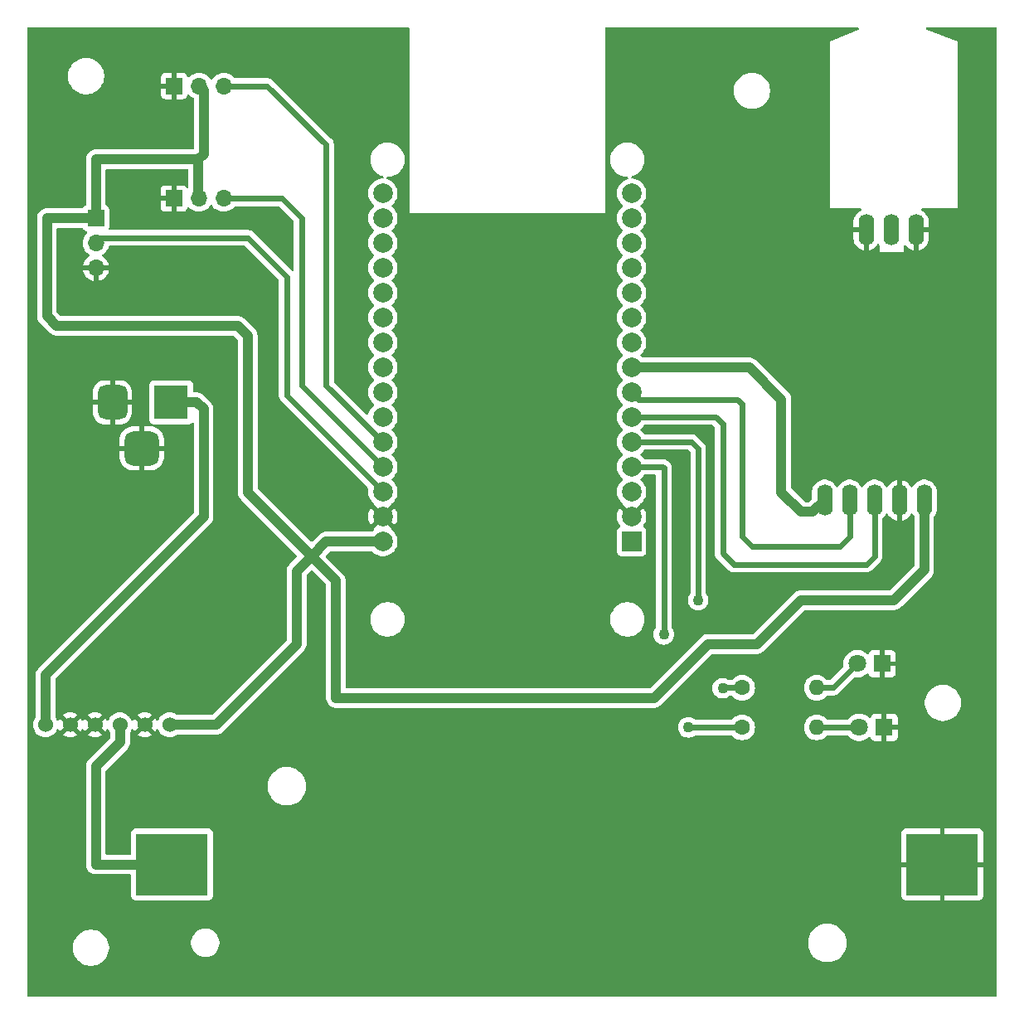
<source format=gbr>
%TF.GenerationSoftware,KiCad,Pcbnew,8.0.4*%
%TF.CreationDate,2024-08-27T12:01:37-05:00*%
%TF.ProjectId,ClonadorDeSe_alesEsp32,436c6f6e-6164-46f7-9244-655365f1616c,rev?*%
%TF.SameCoordinates,Original*%
%TF.FileFunction,Copper,L2,Bot*%
%TF.FilePolarity,Positive*%
%FSLAX46Y46*%
G04 Gerber Fmt 4.6, Leading zero omitted, Abs format (unit mm)*
G04 Created by KiCad (PCBNEW 8.0.4) date 2024-08-27 12:01:37*
%MOMM*%
%LPD*%
G01*
G04 APERTURE LIST*
G04 Aperture macros list*
%AMRoundRect*
0 Rectangle with rounded corners*
0 $1 Rounding radius*
0 $2 $3 $4 $5 $6 $7 $8 $9 X,Y pos of 4 corners*
0 Add a 4 corners polygon primitive as box body*
4,1,4,$2,$3,$4,$5,$6,$7,$8,$9,$2,$3,0*
0 Add four circle primitives for the rounded corners*
1,1,$1+$1,$2,$3*
1,1,$1+$1,$4,$5*
1,1,$1+$1,$6,$7*
1,1,$1+$1,$8,$9*
0 Add four rect primitives between the rounded corners*
20,1,$1+$1,$2,$3,$4,$5,0*
20,1,$1+$1,$4,$5,$6,$7,0*
20,1,$1+$1,$6,$7,$8,$9,0*
20,1,$1+$1,$8,$9,$2,$3,0*%
G04 Aperture macros list end*
%TA.AperFunction,ComponentPad*%
%ADD10R,1.700000X1.700000*%
%TD*%
%TA.AperFunction,ComponentPad*%
%ADD11O,1.700000X1.700000*%
%TD*%
%TA.AperFunction,ComponentPad*%
%ADD12C,1.524000*%
%TD*%
%TA.AperFunction,ComponentPad*%
%ADD13C,1.600000*%
%TD*%
%TA.AperFunction,ComponentPad*%
%ADD14O,1.600000X1.600000*%
%TD*%
%TA.AperFunction,ComponentPad*%
%ADD15R,3.500000X3.500000*%
%TD*%
%TA.AperFunction,ComponentPad*%
%ADD16RoundRect,0.750000X-0.750000X-1.000000X0.750000X-1.000000X0.750000X1.000000X-0.750000X1.000000X0*%
%TD*%
%TA.AperFunction,ComponentPad*%
%ADD17RoundRect,0.875000X-0.875000X-0.875000X0.875000X-0.875000X0.875000X0.875000X-0.875000X0.875000X0*%
%TD*%
%TA.AperFunction,ComponentPad*%
%ADD18R,1.800000X1.800000*%
%TD*%
%TA.AperFunction,ComponentPad*%
%ADD19C,1.800000*%
%TD*%
%TA.AperFunction,ComponentPad*%
%ADD20R,2.000000X2.000000*%
%TD*%
%TA.AperFunction,ComponentPad*%
%ADD21C,2.000000*%
%TD*%
%TA.AperFunction,SMDPad,CuDef*%
%ADD22R,7.340000X6.350000*%
%TD*%
%TA.AperFunction,SMDPad,CuDef*%
%ADD23O,1.600000X3.200000*%
%TD*%
%TA.AperFunction,ViaPad*%
%ADD24C,1.100000*%
%TD*%
%TA.AperFunction,Conductor*%
%ADD25C,1.000000*%
%TD*%
%TA.AperFunction,Conductor*%
%ADD26C,0.600000*%
%TD*%
G04 APERTURE END LIST*
D10*
%TO.P,Servo2,1,Pin_1*%
%TO.N,GND*%
X89460000Y-58500000D03*
D11*
%TO.P,Servo2,2,Pin_2*%
%TO.N,+5V*%
X92000000Y-58500000D03*
%TO.P,Servo2,3,Pin_3*%
%TO.N,/servo_2*%
X94540000Y-58500000D03*
%TD*%
D12*
%TO.P,MH-CD42,1,VIN*%
%TO.N,VDC*%
X76340000Y-112230000D03*
%TO.P,MH-CD42,2,GND*%
%TO.N,GND*%
X78880000Y-112230000D03*
%TO.P,MH-CD42,3,GND*%
X81420000Y-112230000D03*
%TO.P,MH-CD42,4,BAT*%
%TO.N,+BATT*%
X83960000Y-112230000D03*
%TO.P,MH-CD42,5,GND*%
%TO.N,GND*%
X86500000Y-112230000D03*
%TO.P,MH-CD42,6,OUT-5V*%
%TO.N,+5V*%
X89040000Y-112230000D03*
%TD*%
D10*
%TO.P,Servo1,1,Pin_1*%
%TO.N,GND*%
X89500000Y-47000000D03*
D11*
%TO.P,Servo1,2,Pin_2*%
%TO.N,+5V*%
X92040000Y-47000000D03*
%TO.P,Servo1,3,Pin_3*%
%TO.N,/servo_1*%
X94580000Y-47000000D03*
%TD*%
D13*
%TO.P,R1,1*%
%TO.N,/resistencia1*%
X147500000Y-108450000D03*
D14*
%TO.P,R1,2*%
%TO.N,Net-(D1-A)*%
X155120000Y-108450000D03*
%TD*%
D15*
%TO.P,EntradaJack,1*%
%TO.N,VDC*%
X89190000Y-79300000D03*
D16*
%TO.P,EntradaJack,2*%
%TO.N,GND*%
X83190000Y-79300000D03*
D17*
%TO.P,EntradaJack,3*%
X86190000Y-84000000D03*
%TD*%
D13*
%TO.P,R2,1*%
%TO.N,/resistencia2*%
X147500000Y-112500000D03*
D14*
%TO.P,R2,2*%
%TO.N,Net-(D2-A)*%
X155120000Y-112500000D03*
%TD*%
D18*
%TO.P,D1,1,K*%
%TO.N,GND*%
X161775000Y-106000000D03*
D19*
%TO.P,D1,2,A*%
%TO.N,Net-(D1-A)*%
X159235000Y-106000000D03*
%TD*%
D18*
%TO.P,D2,1,K*%
%TO.N,GND*%
X162000000Y-112500000D03*
D19*
%TO.P,D2,2,A*%
%TO.N,Net-(D2-A)*%
X159460000Y-112500000D03*
%TD*%
D10*
%TO.P,Zumbador,1,Pin_1*%
%TO.N,+5V*%
X81500000Y-60500000D03*
D11*
%TO.P,Zumbador,2,Pin_2*%
%TO.N,/zumbador*%
X81500000Y-63040000D03*
%TO.P,Zumbador,3,Pin_3*%
%TO.N,GND*%
X81500000Y-65580000D03*
%TD*%
D20*
%TO.P,ESP32-DevKit1,1,3V3*%
%TO.N,unconnected-(U1-3V3-Pad1)*%
X136200000Y-93515000D03*
D21*
%TO.P,ESP32-DevKit1,2,GND*%
%TO.N,GND*%
X136200000Y-90975000D03*
%TO.P,ESP32-DevKit1,3,D15*%
%TO.N,unconnected-(U1-D15-Pad3)*%
X136200000Y-88435000D03*
%TO.P,ESP32-DevKit1,4,D2*%
%TO.N,/resistencia2*%
X136200000Y-85895000D03*
%TO.P,ESP32-DevKit1,5,D4*%
%TO.N,/resistencia1*%
X136200000Y-83355000D03*
%TO.P,ESP32-DevKit1,6,RX2*%
%TO.N,Net-(U1-RX2)*%
X136200000Y-80815000D03*
%TO.P,ESP32-DevKit1,7,TX2*%
%TO.N,Net-(U1-TX2)*%
X136200000Y-78275000D03*
%TO.P,ESP32-DevKit1,8,D5*%
%TO.N,/set_1*%
X136200000Y-75735000D03*
%TO.P,ESP32-DevKit1,9,D18*%
%TO.N,unconnected-(U1-D18-Pad9)*%
X136200000Y-73195000D03*
%TO.P,ESP32-DevKit1,10,D19*%
%TO.N,unconnected-(U1-D19-Pad10)*%
X136200000Y-70655000D03*
%TO.P,ESP32-DevKit1,11,D21*%
%TO.N,unconnected-(U1-D21-Pad11)*%
X136200000Y-68115000D03*
%TO.P,ESP32-DevKit1,12,RX0*%
%TO.N,unconnected-(U1-RX0-Pad12)*%
X136200000Y-65575000D03*
%TO.P,ESP32-DevKit1,13,TX0*%
%TO.N,unconnected-(U1-TX0-Pad13)*%
X136200000Y-63035000D03*
%TO.P,ESP32-DevKit1,14,D22*%
%TO.N,unconnected-(U1-D22-Pad14)*%
X136200000Y-60495000D03*
%TO.P,ESP32-DevKit1,15,D23*%
%TO.N,unconnected-(U1-D23-Pad15)*%
X136200000Y-57955000D03*
%TO.P,ESP32-DevKit1,16,EN*%
%TO.N,unconnected-(U1-EN-Pad16)*%
X110800000Y-57955000D03*
%TO.P,ESP32-DevKit1,17,VP*%
%TO.N,unconnected-(U1-VP-Pad17)*%
X110800000Y-60495000D03*
%TO.P,ESP32-DevKit1,18,VN*%
%TO.N,unconnected-(U1-VN-Pad18)*%
X110800000Y-63035000D03*
%TO.P,ESP32-DevKit1,19,D34*%
%TO.N,unconnected-(U1-D34-Pad19)*%
X110800000Y-65575000D03*
%TO.P,ESP32-DevKit1,20,D35*%
%TO.N,unconnected-(U1-D35-Pad20)*%
X110800000Y-68115000D03*
%TO.P,ESP32-DevKit1,21,D32*%
%TO.N,unconnected-(U1-D32-Pad21)*%
X110800000Y-70655000D03*
%TO.P,ESP32-DevKit1,22,D33*%
%TO.N,unconnected-(U1-D33-Pad22)*%
X110800000Y-73195000D03*
%TO.P,ESP32-DevKit1,23,D25*%
%TO.N,unconnected-(U1-D25-Pad23)*%
X110800000Y-75735000D03*
%TO.P,ESP32-DevKit1,24,D26*%
%TO.N,unconnected-(U1-D26-Pad24)*%
X110800000Y-78275000D03*
%TO.P,ESP32-DevKit1,25,D27*%
%TO.N,unconnected-(U1-D27-Pad25)*%
X110800000Y-80815000D03*
%TO.P,ESP32-DevKit1,26,D14*%
%TO.N,/servo_1*%
X110800000Y-83355000D03*
%TO.P,ESP32-DevKit1,27,D12*%
%TO.N,/servo_2*%
X110800000Y-85895000D03*
%TO.P,ESP32-DevKit1,28,D13*%
%TO.N,/zumbador*%
X110800000Y-88435000D03*
%TO.P,ESP32-DevKit1,29,GND*%
%TO.N,GND*%
X110800000Y-90975000D03*
%TO.P,ESP32-DevKit1,30,VIN*%
%TO.N,+5V*%
X110800000Y-93515000D03*
%TD*%
D22*
%TO.P,Bateria 18650,1,+*%
%TO.N,+BATT*%
X89270000Y-126500000D03*
%TO.P,Bateria 18650,2,-*%
%TO.N,GND*%
X167930000Y-126500000D03*
%TD*%
D23*
%TO.P,HC-12,1,VCC*%
%TO.N,+5V*%
X166080000Y-89300000D03*
%TO.P,HC-12,2,GND*%
%TO.N,GND*%
X163540000Y-89300000D03*
%TO.P,HC-12,3,RXD*%
%TO.N,Net-(U1-RX2)*%
X161000000Y-89300000D03*
%TO.P,HC-12,4,TXD*%
%TO.N,Net-(U1-TX2)*%
X158460000Y-89300000D03*
%TO.P,HC-12,5,SET*%
%TO.N,/set_1*%
X155920000Y-89300000D03*
%TO.P,HC-12,6,GND@6*%
%TO.N,GND*%
X160160000Y-61700000D03*
%TO.P,HC-12,7,ANT*%
%TO.N,unconnected-(U3-ANT-Pad7)*%
X162700000Y-61700000D03*
%TO.P,HC-12,8,GND@8*%
%TO.N,GND*%
X165240000Y-61700000D03*
%TD*%
D24*
%TO.N,GND*%
X86500000Y-58500000D03*
X86500000Y-66500000D03*
%TO.N,/resistencia1*%
X143000000Y-99500000D03*
X145500000Y-108500000D03*
%TO.N,/resistencia2*%
X139500000Y-103000000D03*
X142000000Y-112500000D03*
%TD*%
D25*
%TO.N,+BATT*%
X81500000Y-126500000D02*
X81500000Y-116500000D01*
X83960000Y-114040000D02*
X83960000Y-112230000D01*
X81500000Y-126500000D02*
X89270000Y-126500000D01*
X81500000Y-116500000D02*
X83960000Y-114040000D01*
D26*
%TO.N,/servo_1*%
X105000000Y-53000000D02*
X105000000Y-77555000D01*
X94580000Y-47000000D02*
X99000000Y-47000000D01*
X105000000Y-77555000D02*
X110800000Y-83355000D01*
X99000000Y-47000000D02*
X105000000Y-53000000D01*
D25*
%TO.N,+5V*%
X103515000Y-95015000D02*
X106000000Y-97500000D01*
X93770000Y-112230000D02*
X89040000Y-112230000D01*
X97000000Y-88500000D02*
X103515000Y-95015000D01*
X105015000Y-93515000D02*
X110800000Y-93515000D01*
X163000000Y-99500000D02*
X166080000Y-96420000D01*
X166080000Y-96420000D02*
X166080000Y-89300000D01*
X106000000Y-109500000D02*
X138500000Y-109500000D01*
X106000000Y-97500000D02*
X106000000Y-109500000D01*
X81500000Y-60500000D02*
X81500000Y-54500000D01*
X76500000Y-60500000D02*
X76500000Y-70500000D01*
X97000000Y-72500000D02*
X97000000Y-88500000D01*
X77500000Y-71500000D02*
X96000000Y-71500000D01*
X81500000Y-60500000D02*
X76500000Y-60500000D01*
X144000000Y-104000000D02*
X149000000Y-104000000D01*
X149000000Y-104000000D02*
X153500000Y-99500000D01*
X81500000Y-54500000D02*
X91960000Y-54500000D01*
X76500000Y-70500000D02*
X77500000Y-71500000D01*
X153500000Y-99500000D02*
X163000000Y-99500000D01*
X91960000Y-58460000D02*
X92000000Y-58500000D01*
X92500000Y-47460000D02*
X92040000Y-47000000D01*
X92500000Y-53960000D02*
X92500000Y-47460000D01*
X96000000Y-71500000D02*
X97000000Y-72500000D01*
X138500000Y-109500000D02*
X144000000Y-104000000D01*
X91960000Y-54500000D02*
X91960000Y-58460000D01*
X103515000Y-95015000D02*
X105015000Y-93515000D01*
X91960000Y-54500000D02*
X92500000Y-53960000D01*
X93770000Y-112230000D02*
X102000000Y-104000000D01*
X102000000Y-96530000D02*
X103515000Y-95015000D01*
X102000000Y-104000000D02*
X102000000Y-96530000D01*
D26*
%TO.N,/servo_2*%
X94540000Y-58500000D02*
X100500000Y-58500000D01*
X102500000Y-60500000D02*
X102500000Y-77595000D01*
X102500000Y-77595000D02*
X110800000Y-85895000D01*
X100500000Y-58500000D02*
X102500000Y-60500000D01*
D25*
%TO.N,VDC*%
X76340000Y-112230000D02*
X76340000Y-107160000D01*
X76340000Y-107160000D02*
X92500000Y-91000000D01*
X92500000Y-80000000D02*
X91800000Y-79300000D01*
X92500000Y-91000000D02*
X92500000Y-80000000D01*
X91800000Y-79300000D02*
X89190000Y-79300000D01*
D26*
%TO.N,/zumbador*%
X81500000Y-63040000D02*
X82040000Y-62500000D01*
X82040000Y-62500000D02*
X97000000Y-62500000D01*
X97000000Y-62500000D02*
X101000000Y-66500000D01*
X101000000Y-66500000D02*
X101000000Y-78635000D01*
X101000000Y-78635000D02*
X110800000Y-88435000D01*
%TO.N,Net-(U1-RX2)*%
X145500000Y-81500000D02*
X144815000Y-80815000D01*
X161000000Y-89300000D02*
X161000000Y-95000000D01*
X144815000Y-80815000D02*
X136200000Y-80815000D01*
X146646000Y-95854000D02*
X145500000Y-94708000D01*
X145500000Y-94708000D02*
X145500000Y-81500000D01*
X160146000Y-95854000D02*
X146646000Y-95854000D01*
X161000000Y-95000000D02*
X160146000Y-95854000D01*
%TO.N,Net-(U1-TX2)*%
X158460000Y-93040000D02*
X157500000Y-94000000D01*
X157500000Y-94000000D02*
X148500000Y-94000000D01*
X148500000Y-94000000D02*
X147500000Y-93000000D01*
X158460000Y-89300000D02*
X158460000Y-93040000D01*
X147500000Y-93000000D02*
X147500000Y-79500000D01*
X136925000Y-79000000D02*
X136200000Y-78275000D01*
X147000000Y-79000000D02*
X136925000Y-79000000D01*
X147500000Y-79500000D02*
X147000000Y-79000000D01*
D25*
%TO.N,/set_1*%
X151500000Y-79000000D02*
X148235000Y-75735000D01*
X153500000Y-90500000D02*
X151500000Y-88500000D01*
X148235000Y-75735000D02*
X136200000Y-75735000D01*
X151500000Y-88500000D02*
X151500000Y-79000000D01*
X153500000Y-90500000D02*
X154720000Y-90500000D01*
X154720000Y-90500000D02*
X155920000Y-89300000D01*
D26*
%TO.N,Net-(D1-A)*%
X156785000Y-108450000D02*
X159235000Y-106000000D01*
X155120000Y-108450000D02*
X156785000Y-108450000D01*
%TO.N,Net-(D2-A)*%
X155120000Y-112500000D02*
X159460000Y-112500000D01*
%TO.N,/resistencia1*%
X147500000Y-108450000D02*
X145550000Y-108450000D01*
X145550000Y-108450000D02*
X145500000Y-108500000D01*
X136200000Y-83355000D02*
X142355000Y-83355000D01*
X142355000Y-83355000D02*
X143000000Y-84000000D01*
X143000000Y-84000000D02*
X143000000Y-99500000D01*
%TO.N,/resistencia2*%
X147500000Y-112500000D02*
X142000000Y-112500000D01*
X139395000Y-85895000D02*
X139500000Y-86000000D01*
X139500000Y-86000000D02*
X139500000Y-103000000D01*
X136200000Y-85895000D02*
X139395000Y-85895000D01*
%TD*%
%TA.AperFunction,Conductor*%
%TO.N,GND*%
G36*
X80152898Y-61520185D02*
G01*
X80198653Y-61572989D01*
X80202030Y-61581140D01*
X80206204Y-61592331D01*
X80206205Y-61592332D01*
X80206206Y-61592335D01*
X80292452Y-61707544D01*
X80292455Y-61707547D01*
X80407664Y-61793793D01*
X80407671Y-61793797D01*
X80539081Y-61842810D01*
X80595015Y-61884681D01*
X80619432Y-61950145D01*
X80604580Y-62018418D01*
X80583430Y-62046673D01*
X80461503Y-62168600D01*
X80325965Y-62362169D01*
X80325964Y-62362171D01*
X80226098Y-62576335D01*
X80226094Y-62576344D01*
X80164938Y-62804586D01*
X80164936Y-62804596D01*
X80144341Y-63039999D01*
X80144341Y-63040000D01*
X80164936Y-63275403D01*
X80164938Y-63275413D01*
X80226094Y-63503655D01*
X80226096Y-63503659D01*
X80226097Y-63503663D01*
X80319868Y-63704754D01*
X80325965Y-63717830D01*
X80325967Y-63717834D01*
X80361086Y-63767988D01*
X80461505Y-63911401D01*
X80628599Y-64078495D01*
X80812331Y-64207146D01*
X80814594Y-64208730D01*
X80858219Y-64263307D01*
X80865413Y-64332805D01*
X80833890Y-64395160D01*
X80814595Y-64411880D01*
X80628922Y-64541890D01*
X80628920Y-64541891D01*
X80461891Y-64708920D01*
X80461886Y-64708926D01*
X80326400Y-64902420D01*
X80326399Y-64902422D01*
X80226570Y-65116507D01*
X80226567Y-65116513D01*
X80169364Y-65329999D01*
X80169364Y-65330000D01*
X81066988Y-65330000D01*
X81034075Y-65387007D01*
X81000000Y-65514174D01*
X81000000Y-65645826D01*
X81034075Y-65772993D01*
X81066988Y-65830000D01*
X80169364Y-65830000D01*
X80226567Y-66043486D01*
X80226570Y-66043492D01*
X80326399Y-66257578D01*
X80461894Y-66451082D01*
X80628917Y-66618105D01*
X80822421Y-66753600D01*
X81036507Y-66853429D01*
X81036516Y-66853433D01*
X81250000Y-66910634D01*
X81250000Y-66013012D01*
X81307007Y-66045925D01*
X81434174Y-66080000D01*
X81565826Y-66080000D01*
X81692993Y-66045925D01*
X81750000Y-66013012D01*
X81750000Y-66910633D01*
X81963483Y-66853433D01*
X81963492Y-66853429D01*
X82177578Y-66753600D01*
X82371082Y-66618105D01*
X82538105Y-66451082D01*
X82673600Y-66257578D01*
X82773429Y-66043492D01*
X82773432Y-66043486D01*
X82830636Y-65830000D01*
X81933012Y-65830000D01*
X81965925Y-65772993D01*
X82000000Y-65645826D01*
X82000000Y-65514174D01*
X81965925Y-65387007D01*
X81933012Y-65330000D01*
X82830636Y-65330000D01*
X82830635Y-65329999D01*
X82773432Y-65116513D01*
X82773429Y-65116507D01*
X82673600Y-64902422D01*
X82673599Y-64902420D01*
X82538113Y-64708926D01*
X82538108Y-64708920D01*
X82371078Y-64541890D01*
X82185405Y-64411879D01*
X82141780Y-64357302D01*
X82134588Y-64287804D01*
X82166110Y-64225449D01*
X82185406Y-64208730D01*
X82371401Y-64078495D01*
X82538495Y-63911401D01*
X82674035Y-63717830D01*
X82773903Y-63503663D01*
X82803714Y-63392407D01*
X82840079Y-63332746D01*
X82902926Y-63302217D01*
X82923489Y-63300500D01*
X96617060Y-63300500D01*
X96684099Y-63320185D01*
X96704741Y-63336819D01*
X100163181Y-66795259D01*
X100196666Y-66856582D01*
X100199500Y-66882940D01*
X100199500Y-78713846D01*
X100230261Y-78868489D01*
X100230264Y-78868501D01*
X100290602Y-79014172D01*
X100290609Y-79014185D01*
X100378210Y-79145288D01*
X100378213Y-79145292D01*
X109286330Y-88053408D01*
X109319815Y-88114731D01*
X109318855Y-88171528D01*
X109314891Y-88187180D01*
X109294357Y-88434994D01*
X109294357Y-88435005D01*
X109314890Y-88682812D01*
X109314892Y-88682824D01*
X109375936Y-88923881D01*
X109475826Y-89151606D01*
X109611833Y-89359782D01*
X109611836Y-89359785D01*
X109780256Y-89542738D01*
X109780259Y-89542740D01*
X109780262Y-89542743D01*
X109883743Y-89623286D01*
X109924556Y-89679996D01*
X109931343Y-89728823D01*
X109929941Y-89751389D01*
X110662424Y-90483871D01*
X110603147Y-90499755D01*
X110486853Y-90566898D01*
X110391898Y-90661853D01*
X110324755Y-90778147D01*
X110308872Y-90837424D01*
X109576564Y-90105116D01*
X109476267Y-90258632D01*
X109376412Y-90486282D01*
X109315387Y-90727261D01*
X109315385Y-90727270D01*
X109294859Y-90974994D01*
X109294859Y-90975005D01*
X109315385Y-91222729D01*
X109315387Y-91222738D01*
X109376412Y-91463717D01*
X109476266Y-91691364D01*
X109576564Y-91844882D01*
X110308871Y-91112575D01*
X110324755Y-91171853D01*
X110391898Y-91288147D01*
X110486853Y-91383102D01*
X110603147Y-91450245D01*
X110662424Y-91466128D01*
X109929942Y-92198609D01*
X109931343Y-92221177D01*
X109915850Y-92289307D01*
X109883744Y-92326713D01*
X109780257Y-92407260D01*
X109780252Y-92407265D01*
X109718374Y-92474483D01*
X109658487Y-92510474D01*
X109627145Y-92514500D01*
X104916456Y-92514500D01*
X104723171Y-92552946D01*
X104723167Y-92552948D01*
X104723165Y-92552948D01*
X104723164Y-92552949D01*
X104647745Y-92584188D01*
X104647743Y-92584189D01*
X104541085Y-92628368D01*
X104541085Y-92628369D01*
X104541084Y-92628369D01*
X104377222Y-92737857D01*
X104377214Y-92737863D01*
X103602680Y-93512397D01*
X103541357Y-93545882D01*
X103471665Y-93540898D01*
X103427318Y-93512397D01*
X98036819Y-88121898D01*
X98003334Y-88060575D01*
X98000500Y-88034217D01*
X98000500Y-72604675D01*
X98000501Y-72604654D01*
X98000501Y-72401457D01*
X98000500Y-72401455D01*
X97997552Y-72386633D01*
X97962052Y-72208165D01*
X97886632Y-72026086D01*
X97886631Y-72026085D01*
X97886628Y-72026079D01*
X97777140Y-71862219D01*
X97777137Y-71862215D01*
X96784209Y-70869289D01*
X96784206Y-70869285D01*
X96784206Y-70869286D01*
X96777139Y-70862219D01*
X96777139Y-70862218D01*
X96637782Y-70722861D01*
X96637781Y-70722860D01*
X96637780Y-70722859D01*
X96473920Y-70613371D01*
X96473911Y-70613366D01*
X96401315Y-70583296D01*
X96345165Y-70560038D01*
X96291836Y-70537949D01*
X96291832Y-70537948D01*
X96291828Y-70537946D01*
X96195188Y-70518724D01*
X96098544Y-70499500D01*
X96098541Y-70499500D01*
X77965783Y-70499500D01*
X77898744Y-70479815D01*
X77878102Y-70463181D01*
X77536819Y-70121898D01*
X77503334Y-70060575D01*
X77500500Y-70034217D01*
X77500500Y-61624500D01*
X77520185Y-61557461D01*
X77572989Y-61511706D01*
X77624500Y-61500500D01*
X80085859Y-61500500D01*
X80152898Y-61520185D01*
G37*
%TD.AperFunction*%
%TA.AperFunction,Conductor*%
G36*
X90902539Y-55520185D02*
G01*
X90948294Y-55572989D01*
X90959500Y-55624500D01*
X90959500Y-57310730D01*
X90939815Y-57377769D01*
X90887011Y-57423524D01*
X90817853Y-57433468D01*
X90754297Y-57404443D01*
X90736234Y-57385042D01*
X90667187Y-57292809D01*
X90552093Y-57206649D01*
X90552086Y-57206645D01*
X90417379Y-57156403D01*
X90417372Y-57156401D01*
X90357844Y-57150000D01*
X89710000Y-57150000D01*
X89710000Y-58066988D01*
X89652993Y-58034075D01*
X89525826Y-58000000D01*
X89394174Y-58000000D01*
X89267007Y-58034075D01*
X89210000Y-58066988D01*
X89210000Y-57150000D01*
X88562155Y-57150000D01*
X88502627Y-57156401D01*
X88502620Y-57156403D01*
X88367913Y-57206645D01*
X88367906Y-57206649D01*
X88252812Y-57292809D01*
X88252809Y-57292812D01*
X88166649Y-57407906D01*
X88166645Y-57407913D01*
X88116403Y-57542620D01*
X88116401Y-57542627D01*
X88110000Y-57602155D01*
X88110000Y-58250000D01*
X89026988Y-58250000D01*
X88994075Y-58307007D01*
X88960000Y-58434174D01*
X88960000Y-58565826D01*
X88994075Y-58692993D01*
X89026988Y-58750000D01*
X88110000Y-58750000D01*
X88110000Y-59397844D01*
X88116401Y-59457372D01*
X88116403Y-59457379D01*
X88166645Y-59592086D01*
X88166649Y-59592093D01*
X88252809Y-59707187D01*
X88252812Y-59707190D01*
X88367906Y-59793350D01*
X88367913Y-59793354D01*
X88502620Y-59843596D01*
X88502627Y-59843598D01*
X88562155Y-59849999D01*
X88562172Y-59850000D01*
X89210000Y-59850000D01*
X89210000Y-58933012D01*
X89267007Y-58965925D01*
X89394174Y-59000000D01*
X89525826Y-59000000D01*
X89652993Y-58965925D01*
X89710000Y-58933012D01*
X89710000Y-59850000D01*
X90357828Y-59850000D01*
X90357844Y-59849999D01*
X90417372Y-59843598D01*
X90417379Y-59843596D01*
X90552086Y-59793354D01*
X90552093Y-59793350D01*
X90667187Y-59707190D01*
X90667190Y-59707187D01*
X90753350Y-59592093D01*
X90753354Y-59592086D01*
X90802422Y-59460529D01*
X90844293Y-59404595D01*
X90909757Y-59380178D01*
X90978030Y-59395030D01*
X91006285Y-59416181D01*
X91128599Y-59538495D01*
X91205135Y-59592086D01*
X91322165Y-59674032D01*
X91322167Y-59674033D01*
X91322170Y-59674035D01*
X91536337Y-59773903D01*
X91764592Y-59835063D01*
X91935319Y-59850000D01*
X91999999Y-59855659D01*
X92000000Y-59855659D01*
X92000001Y-59855659D01*
X92064681Y-59850000D01*
X92235408Y-59835063D01*
X92463663Y-59773903D01*
X92677830Y-59674035D01*
X92871401Y-59538495D01*
X93038495Y-59371401D01*
X93168425Y-59185842D01*
X93223002Y-59142217D01*
X93292500Y-59135023D01*
X93354855Y-59166546D01*
X93371575Y-59185842D01*
X93488883Y-59353376D01*
X93501505Y-59371401D01*
X93668599Y-59538495D01*
X93745135Y-59592086D01*
X93862165Y-59674032D01*
X93862167Y-59674033D01*
X93862170Y-59674035D01*
X94076337Y-59773903D01*
X94304592Y-59835063D01*
X94475319Y-59850000D01*
X94539999Y-59855659D01*
X94540000Y-59855659D01*
X94540001Y-59855659D01*
X94604681Y-59850000D01*
X94775408Y-59835063D01*
X95003663Y-59773903D01*
X95217830Y-59674035D01*
X95411401Y-59538495D01*
X95578495Y-59371401D01*
X95591116Y-59353375D01*
X95645693Y-59309752D01*
X95692691Y-59300500D01*
X100117060Y-59300500D01*
X100184099Y-59320185D01*
X100204741Y-59336819D01*
X101663181Y-60795259D01*
X101696666Y-60856582D01*
X101699500Y-60882940D01*
X101699500Y-65768059D01*
X101679815Y-65835098D01*
X101627011Y-65880853D01*
X101557853Y-65890797D01*
X101494297Y-65861772D01*
X101487819Y-65855740D01*
X97510292Y-61878213D01*
X97510288Y-61878210D01*
X97379185Y-61790609D01*
X97379172Y-61790602D01*
X97233501Y-61730264D01*
X97233489Y-61730261D01*
X97078845Y-61699500D01*
X97078842Y-61699500D01*
X82932418Y-61699500D01*
X82865379Y-61679815D01*
X82819624Y-61627011D01*
X82809680Y-61557853D01*
X82816236Y-61532167D01*
X82844091Y-61457482D01*
X82850500Y-61397873D01*
X82850499Y-59602128D01*
X82844091Y-59542517D01*
X82842590Y-59538493D01*
X82793797Y-59407671D01*
X82793793Y-59407664D01*
X82707547Y-59292455D01*
X82707544Y-59292452D01*
X82592335Y-59206206D01*
X82592332Y-59206205D01*
X82592331Y-59206204D01*
X82581161Y-59202038D01*
X82525231Y-59160166D01*
X82500816Y-59094701D01*
X82500500Y-59085858D01*
X82500500Y-55624500D01*
X82520185Y-55557461D01*
X82572989Y-55511706D01*
X82624500Y-55500500D01*
X90835500Y-55500500D01*
X90902539Y-55520185D01*
G37*
%TD.AperFunction*%
%TA.AperFunction,Conductor*%
G36*
X113443039Y-41020185D02*
G01*
X113488794Y-41072989D01*
X113500000Y-41124500D01*
X113500000Y-60000000D01*
X133500000Y-60000000D01*
X133500000Y-54410258D01*
X134029500Y-54410258D01*
X134029500Y-54639741D01*
X134054446Y-54829215D01*
X134059452Y-54867238D01*
X134118842Y-55088887D01*
X134206650Y-55300876D01*
X134206657Y-55300890D01*
X134321392Y-55499617D01*
X134461081Y-55681661D01*
X134461089Y-55681670D01*
X134623330Y-55843911D01*
X134623338Y-55843918D01*
X134805382Y-55983607D01*
X134805385Y-55983608D01*
X134805388Y-55983611D01*
X135004112Y-56098344D01*
X135004117Y-56098346D01*
X135004123Y-56098349D01*
X135095480Y-56136190D01*
X135216113Y-56186158D01*
X135437762Y-56245548D01*
X135665266Y-56275500D01*
X135665273Y-56275500D01*
X135727925Y-56275500D01*
X135794964Y-56295185D01*
X135840719Y-56347989D01*
X135850663Y-56417147D01*
X135821638Y-56480703D01*
X135768188Y-56516781D01*
X135595197Y-56576169D01*
X135595188Y-56576172D01*
X135376493Y-56694524D01*
X135180257Y-56847261D01*
X135011833Y-57030217D01*
X134875826Y-57238393D01*
X134775936Y-57466118D01*
X134714892Y-57707175D01*
X134714890Y-57707187D01*
X134694357Y-57954994D01*
X134694357Y-57955005D01*
X134714890Y-58202812D01*
X134714892Y-58202824D01*
X134775936Y-58443881D01*
X134875826Y-58671606D01*
X135011833Y-58879782D01*
X135011836Y-58879785D01*
X135180256Y-59062738D01*
X135263008Y-59127147D01*
X135303821Y-59183857D01*
X135307496Y-59253630D01*
X135272864Y-59314313D01*
X135263014Y-59322848D01*
X135223793Y-59353376D01*
X135180257Y-59387261D01*
X135011833Y-59570217D01*
X134875826Y-59778393D01*
X134775936Y-60006118D01*
X134714892Y-60247175D01*
X134714890Y-60247187D01*
X134694357Y-60494994D01*
X134694357Y-60495005D01*
X134714890Y-60742812D01*
X134714892Y-60742824D01*
X134775936Y-60983881D01*
X134875826Y-61211606D01*
X135011833Y-61419782D01*
X135011836Y-61419785D01*
X135180256Y-61602738D01*
X135263008Y-61667147D01*
X135303821Y-61723857D01*
X135307496Y-61793630D01*
X135272864Y-61854313D01*
X135263014Y-61862848D01*
X135234964Y-61884681D01*
X135180257Y-61927261D01*
X135011833Y-62110217D01*
X134875826Y-62318393D01*
X134775936Y-62546118D01*
X134714892Y-62787175D01*
X134714890Y-62787187D01*
X134694357Y-63034994D01*
X134694357Y-63035005D01*
X134714890Y-63282812D01*
X134714892Y-63282824D01*
X134775936Y-63523881D01*
X134875826Y-63751606D01*
X135011833Y-63959782D01*
X135011836Y-63959785D01*
X135180256Y-64142738D01*
X135263008Y-64207147D01*
X135303821Y-64263857D01*
X135307496Y-64333630D01*
X135272864Y-64394313D01*
X135263014Y-64402848D01*
X135251411Y-64411880D01*
X135180257Y-64467261D01*
X135011833Y-64650217D01*
X134875826Y-64858393D01*
X134775936Y-65086118D01*
X134714892Y-65327175D01*
X134714890Y-65327187D01*
X134694357Y-65574994D01*
X134694357Y-65575005D01*
X134714890Y-65822812D01*
X134714892Y-65822824D01*
X134775936Y-66063881D01*
X134875826Y-66291606D01*
X135011833Y-66499782D01*
X135011836Y-66499785D01*
X135180256Y-66682738D01*
X135263008Y-66747147D01*
X135303821Y-66803857D01*
X135307496Y-66873630D01*
X135272864Y-66934313D01*
X135263014Y-66942848D01*
X135204400Y-66988469D01*
X135180257Y-67007261D01*
X135011833Y-67190217D01*
X134875826Y-67398393D01*
X134775936Y-67626118D01*
X134714892Y-67867175D01*
X134714890Y-67867187D01*
X134694357Y-68114994D01*
X134694357Y-68115005D01*
X134714890Y-68362812D01*
X134714892Y-68362824D01*
X134775936Y-68603881D01*
X134875826Y-68831606D01*
X135011833Y-69039782D01*
X135011836Y-69039785D01*
X135180256Y-69222738D01*
X135263008Y-69287147D01*
X135303821Y-69343857D01*
X135307496Y-69413630D01*
X135272864Y-69474313D01*
X135263014Y-69482848D01*
X135204400Y-69528469D01*
X135180257Y-69547261D01*
X135011833Y-69730217D01*
X134875826Y-69938393D01*
X134775936Y-70166118D01*
X134714892Y-70407175D01*
X134714890Y-70407187D01*
X134694357Y-70654994D01*
X134694357Y-70655005D01*
X134714890Y-70902812D01*
X134714892Y-70902824D01*
X134775936Y-71143881D01*
X134875826Y-71371606D01*
X135011833Y-71579782D01*
X135011836Y-71579785D01*
X135180256Y-71762738D01*
X135263008Y-71827147D01*
X135303821Y-71883857D01*
X135307496Y-71953630D01*
X135272864Y-72014313D01*
X135263014Y-72022848D01*
X135204400Y-72068469D01*
X135180257Y-72087261D01*
X135011833Y-72270217D01*
X134875826Y-72478393D01*
X134775936Y-72706118D01*
X134714892Y-72947175D01*
X134714890Y-72947187D01*
X134694357Y-73194994D01*
X134694357Y-73195005D01*
X134714890Y-73442812D01*
X134714892Y-73442824D01*
X134775936Y-73683881D01*
X134875826Y-73911606D01*
X135011833Y-74119782D01*
X135011836Y-74119785D01*
X135180256Y-74302738D01*
X135263008Y-74367147D01*
X135303821Y-74423857D01*
X135307496Y-74493630D01*
X135272864Y-74554313D01*
X135263014Y-74562848D01*
X135204400Y-74608469D01*
X135180257Y-74627261D01*
X135011833Y-74810217D01*
X134875826Y-75018393D01*
X134775936Y-75246118D01*
X134714892Y-75487175D01*
X134714890Y-75487187D01*
X134694357Y-75734994D01*
X134694357Y-75735005D01*
X134714890Y-75982812D01*
X134714892Y-75982824D01*
X134775936Y-76223881D01*
X134875826Y-76451606D01*
X135011833Y-76659782D01*
X135011836Y-76659785D01*
X135180256Y-76842738D01*
X135263008Y-76907147D01*
X135303821Y-76963857D01*
X135307496Y-77033630D01*
X135272864Y-77094313D01*
X135263014Y-77102848D01*
X135258701Y-77106206D01*
X135180257Y-77167261D01*
X135011833Y-77350217D01*
X134875826Y-77558393D01*
X134775936Y-77786118D01*
X134714892Y-78027175D01*
X134714890Y-78027187D01*
X134694357Y-78274994D01*
X134694357Y-78275005D01*
X134714890Y-78522812D01*
X134714892Y-78522824D01*
X134775936Y-78763881D01*
X134875826Y-78991606D01*
X135011833Y-79199782D01*
X135011836Y-79199785D01*
X135180256Y-79382738D01*
X135263008Y-79447147D01*
X135303821Y-79503857D01*
X135307496Y-79573630D01*
X135272864Y-79634313D01*
X135263014Y-79642848D01*
X135204400Y-79688469D01*
X135180257Y-79707261D01*
X135011836Y-79890215D01*
X134875826Y-80098393D01*
X134775936Y-80326118D01*
X134714892Y-80567175D01*
X134714890Y-80567187D01*
X134694357Y-80814994D01*
X134694357Y-80815005D01*
X134714890Y-81062812D01*
X134714892Y-81062824D01*
X134775936Y-81303881D01*
X134875826Y-81531606D01*
X135011833Y-81739782D01*
X135034293Y-81764180D01*
X135180256Y-81922738D01*
X135263008Y-81987147D01*
X135303821Y-82043857D01*
X135307496Y-82113630D01*
X135272864Y-82174313D01*
X135263014Y-82182848D01*
X135204400Y-82228469D01*
X135180257Y-82247261D01*
X135011833Y-82430217D01*
X134875826Y-82638393D01*
X134775936Y-82866118D01*
X134714892Y-83107175D01*
X134714890Y-83107187D01*
X134694357Y-83354994D01*
X134694357Y-83355005D01*
X134714890Y-83602812D01*
X134714892Y-83602824D01*
X134775936Y-83843881D01*
X134875826Y-84071606D01*
X135011833Y-84279782D01*
X135011836Y-84279785D01*
X135180256Y-84462738D01*
X135263008Y-84527147D01*
X135303821Y-84583857D01*
X135307496Y-84653630D01*
X135272864Y-84714313D01*
X135263014Y-84722848D01*
X135204400Y-84768469D01*
X135180257Y-84787261D01*
X135011833Y-84970217D01*
X134875826Y-85178393D01*
X134775936Y-85406118D01*
X134714892Y-85647175D01*
X134714890Y-85647187D01*
X134694357Y-85894994D01*
X134694357Y-85895005D01*
X134714890Y-86142812D01*
X134714892Y-86142824D01*
X134775936Y-86383881D01*
X134875826Y-86611606D01*
X135011833Y-86819782D01*
X135011836Y-86819785D01*
X135180256Y-87002738D01*
X135263008Y-87067147D01*
X135303821Y-87123857D01*
X135307496Y-87193630D01*
X135272864Y-87254313D01*
X135263014Y-87262848D01*
X135221989Y-87294780D01*
X135180257Y-87327261D01*
X135011833Y-87510217D01*
X134875826Y-87718393D01*
X134775936Y-87946118D01*
X134714892Y-88187175D01*
X134714890Y-88187187D01*
X134694357Y-88434994D01*
X134694357Y-88435005D01*
X134714890Y-88682812D01*
X134714892Y-88682824D01*
X134775936Y-88923881D01*
X134875826Y-89151606D01*
X135011833Y-89359782D01*
X135011836Y-89359785D01*
X135180256Y-89542738D01*
X135180259Y-89542740D01*
X135180262Y-89542743D01*
X135283743Y-89623286D01*
X135324556Y-89679996D01*
X135331343Y-89728823D01*
X135329941Y-89751389D01*
X136062424Y-90483871D01*
X136003147Y-90499755D01*
X135886853Y-90566898D01*
X135791898Y-90661853D01*
X135724755Y-90778147D01*
X135708871Y-90837424D01*
X134976564Y-90105116D01*
X134876267Y-90258632D01*
X134776412Y-90486282D01*
X134715387Y-90727261D01*
X134715385Y-90727270D01*
X134694859Y-90974994D01*
X134694859Y-90975005D01*
X134715385Y-91222729D01*
X134715387Y-91222738D01*
X134776412Y-91463717D01*
X134876267Y-91691367D01*
X135007182Y-91891748D01*
X135027369Y-91958637D01*
X135008189Y-92025823D01*
X134962806Y-92068398D01*
X134957667Y-92071204D01*
X134842455Y-92157452D01*
X134842452Y-92157455D01*
X134756206Y-92272664D01*
X134756202Y-92272671D01*
X134705908Y-92407517D01*
X134699501Y-92467116D01*
X134699501Y-92467123D01*
X134699500Y-92467135D01*
X134699500Y-94562870D01*
X134699501Y-94562876D01*
X134705908Y-94622483D01*
X134756202Y-94757328D01*
X134756206Y-94757335D01*
X134842452Y-94872544D01*
X134842455Y-94872547D01*
X134957664Y-94958793D01*
X134957671Y-94958797D01*
X135092517Y-95009091D01*
X135092516Y-95009091D01*
X135099444Y-95009835D01*
X135152127Y-95015500D01*
X137247872Y-95015499D01*
X137307483Y-95009091D01*
X137442331Y-94958796D01*
X137557546Y-94872546D01*
X137643796Y-94757331D01*
X137694091Y-94622483D01*
X137700500Y-94562873D01*
X137700499Y-92467128D01*
X137694091Y-92407517D01*
X137693995Y-92407260D01*
X137643797Y-92272671D01*
X137643793Y-92272664D01*
X137557547Y-92157455D01*
X137557544Y-92157452D01*
X137442333Y-92071204D01*
X137437197Y-92068400D01*
X137387793Y-92018994D01*
X137372942Y-91950721D01*
X137392817Y-91891747D01*
X137523733Y-91691364D01*
X137623587Y-91463717D01*
X137684612Y-91222738D01*
X137684614Y-91222729D01*
X137705141Y-90975005D01*
X137705141Y-90974994D01*
X137684614Y-90727270D01*
X137684612Y-90727261D01*
X137623587Y-90486282D01*
X137523731Y-90258630D01*
X137423434Y-90105116D01*
X136691127Y-90837423D01*
X136675245Y-90778147D01*
X136608102Y-90661853D01*
X136513147Y-90566898D01*
X136396853Y-90499755D01*
X136337575Y-90483872D01*
X137070056Y-89751390D01*
X137068655Y-89728825D01*
X137084147Y-89660694D01*
X137116250Y-89623290D01*
X137219744Y-89542738D01*
X137388164Y-89359785D01*
X137524173Y-89151607D01*
X137624063Y-88923881D01*
X137685108Y-88682821D01*
X137705643Y-88435000D01*
X137686591Y-88205081D01*
X137685109Y-88187187D01*
X137685107Y-88187175D01*
X137624063Y-87946118D01*
X137524173Y-87718393D01*
X137388166Y-87510217D01*
X137366557Y-87486744D01*
X137219744Y-87327262D01*
X137136991Y-87262852D01*
X137096179Y-87206143D01*
X137092504Y-87136370D01*
X137127136Y-87075687D01*
X137136985Y-87067151D01*
X137219744Y-87002738D01*
X137388164Y-86819785D01*
X137432660Y-86751679D01*
X137485806Y-86706322D01*
X137536469Y-86695500D01*
X138575500Y-86695500D01*
X138642539Y-86715185D01*
X138688294Y-86767989D01*
X138699500Y-86819500D01*
X138699500Y-102275131D01*
X138679815Y-102342170D01*
X138671354Y-102353795D01*
X138622317Y-102413547D01*
X138524769Y-102596043D01*
X138464699Y-102794067D01*
X138444417Y-103000000D01*
X138464699Y-103205932D01*
X138464700Y-103205934D01*
X138524768Y-103403954D01*
X138622315Y-103586450D01*
X138622317Y-103586452D01*
X138753589Y-103746410D01*
X138850209Y-103825702D01*
X138913550Y-103877685D01*
X139096046Y-103975232D01*
X139294066Y-104035300D01*
X139294065Y-104035300D01*
X139312529Y-104037118D01*
X139500000Y-104055583D01*
X139705934Y-104035300D01*
X139903954Y-103975232D01*
X140086450Y-103877685D01*
X140246410Y-103746410D01*
X140377685Y-103586450D01*
X140475232Y-103403954D01*
X140535300Y-103205934D01*
X140555583Y-103000000D01*
X140535300Y-102794066D01*
X140475232Y-102596046D01*
X140377685Y-102413550D01*
X140328646Y-102353795D01*
X140301334Y-102289485D01*
X140300500Y-102275131D01*
X140300500Y-85921155D01*
X140300499Y-85921153D01*
X140269738Y-85766510D01*
X140269737Y-85766503D01*
X140230527Y-85671841D01*
X140209397Y-85620827D01*
X140209390Y-85620814D01*
X140121790Y-85489712D01*
X140102053Y-85469975D01*
X140010289Y-85378211D01*
X139905289Y-85273211D01*
X139905288Y-85273210D01*
X139905287Y-85273209D01*
X139774185Y-85185609D01*
X139774172Y-85185602D01*
X139628501Y-85125264D01*
X139628489Y-85125261D01*
X139473845Y-85094500D01*
X139473842Y-85094500D01*
X137536469Y-85094500D01*
X137469430Y-85074815D01*
X137432660Y-85038321D01*
X137388166Y-84970217D01*
X137366557Y-84946744D01*
X137219744Y-84787262D01*
X137136991Y-84722852D01*
X137096179Y-84666143D01*
X137092504Y-84596370D01*
X137127136Y-84535687D01*
X137136985Y-84527151D01*
X137219744Y-84462738D01*
X137388164Y-84279785D01*
X137388166Y-84279782D01*
X137432660Y-84211679D01*
X137485806Y-84166322D01*
X137536469Y-84155500D01*
X141972060Y-84155500D01*
X142039099Y-84175185D01*
X142059741Y-84191819D01*
X142163181Y-84295259D01*
X142196666Y-84356582D01*
X142199500Y-84382940D01*
X142199500Y-98775131D01*
X142179815Y-98842170D01*
X142171354Y-98853795D01*
X142122317Y-98913547D01*
X142024769Y-99096043D01*
X141964699Y-99294067D01*
X141944417Y-99500000D01*
X141964699Y-99705932D01*
X141979418Y-99754453D01*
X142024768Y-99903954D01*
X142122315Y-100086450D01*
X142122317Y-100086452D01*
X142253589Y-100246410D01*
X142341225Y-100318330D01*
X142413550Y-100377685D01*
X142596046Y-100475232D01*
X142794066Y-100535300D01*
X142794065Y-100535300D01*
X142809488Y-100536819D01*
X143000000Y-100555583D01*
X143205934Y-100535300D01*
X143403954Y-100475232D01*
X143586450Y-100377685D01*
X143746410Y-100246410D01*
X143877685Y-100086450D01*
X143975232Y-99903954D01*
X144035300Y-99705934D01*
X144055583Y-99500000D01*
X144035300Y-99294066D01*
X143975232Y-99096046D01*
X143877685Y-98913550D01*
X143828646Y-98853795D01*
X143801334Y-98789485D01*
X143800500Y-98775131D01*
X143800500Y-83921157D01*
X143800499Y-83921156D01*
X143783094Y-83833651D01*
X143783094Y-83833648D01*
X143769739Y-83766510D01*
X143769738Y-83766503D01*
X143709394Y-83620821D01*
X143709392Y-83620818D01*
X143709390Y-83620814D01*
X143621789Y-83489711D01*
X143621786Y-83489707D01*
X142865292Y-82733213D01*
X142865288Y-82733210D01*
X142734185Y-82645609D01*
X142734172Y-82645602D01*
X142588501Y-82585264D01*
X142588489Y-82585261D01*
X142433845Y-82554500D01*
X142433842Y-82554500D01*
X137536469Y-82554500D01*
X137469430Y-82534815D01*
X137432660Y-82498321D01*
X137388166Y-82430217D01*
X137366557Y-82406744D01*
X137219744Y-82247262D01*
X137136991Y-82182852D01*
X137096179Y-82126143D01*
X137092504Y-82056370D01*
X137127136Y-81995687D01*
X137136985Y-81987151D01*
X137219744Y-81922738D01*
X137388164Y-81739785D01*
X137411775Y-81703646D01*
X137432660Y-81671679D01*
X137485806Y-81626322D01*
X137536469Y-81615500D01*
X144432060Y-81615500D01*
X144499099Y-81635185D01*
X144519736Y-81651814D01*
X144663182Y-81795259D01*
X144696666Y-81856580D01*
X144699500Y-81882939D01*
X144699500Y-94786846D01*
X144730261Y-94941489D01*
X144730264Y-94941501D01*
X144790602Y-95087172D01*
X144790609Y-95087185D01*
X144878210Y-95218288D01*
X144878213Y-95218292D01*
X146135707Y-96475786D01*
X146135711Y-96475789D01*
X146266814Y-96563390D01*
X146266818Y-96563392D01*
X146266821Y-96563394D01*
X146412503Y-96623738D01*
X146567153Y-96654499D01*
X146567157Y-96654500D01*
X146567158Y-96654500D01*
X160224844Y-96654500D01*
X160224845Y-96654499D01*
X160379497Y-96623737D01*
X160525179Y-96563394D01*
X160656289Y-96475789D01*
X161621788Y-95510290D01*
X161636071Y-95488914D01*
X161709394Y-95379179D01*
X161769737Y-95233497D01*
X161800500Y-95078842D01*
X161800500Y-91189033D01*
X161820185Y-91121994D01*
X161843962Y-91094748D01*
X161847212Y-91091971D01*
X161847219Y-91091966D01*
X161991966Y-90947219D01*
X161991968Y-90947215D01*
X161991971Y-90947213D01*
X162112284Y-90781614D01*
X162112283Y-90781614D01*
X162112287Y-90781610D01*
X162159795Y-90688369D01*
X162207770Y-90637574D01*
X162275591Y-90620779D01*
X162341725Y-90643316D01*
X162380765Y-90688370D01*
X162428140Y-90781349D01*
X162548417Y-90946894D01*
X162548417Y-90946895D01*
X162693104Y-91091582D01*
X162858650Y-91211859D01*
X163040968Y-91304754D01*
X163235578Y-91367988D01*
X163290000Y-91376607D01*
X163290000Y-87223390D01*
X163235586Y-87232009D01*
X163040970Y-87295244D01*
X162858650Y-87388140D01*
X162693105Y-87508417D01*
X162693104Y-87508417D01*
X162548417Y-87653104D01*
X162548417Y-87653105D01*
X162428140Y-87818650D01*
X162380765Y-87911629D01*
X162332790Y-87962425D01*
X162264969Y-87979220D01*
X162198834Y-87956682D01*
X162159795Y-87911629D01*
X162112419Y-87818650D01*
X162112287Y-87818390D01*
X162039636Y-87718393D01*
X161991971Y-87652786D01*
X161847213Y-87508028D01*
X161681613Y-87387715D01*
X161681612Y-87387714D01*
X161681610Y-87387713D01*
X161624653Y-87358691D01*
X161499223Y-87294781D01*
X161304534Y-87231522D01*
X161129995Y-87203878D01*
X161102352Y-87199500D01*
X160897648Y-87199500D01*
X160873329Y-87203351D01*
X160695465Y-87231522D01*
X160500776Y-87294781D01*
X160318386Y-87387715D01*
X160152786Y-87508028D01*
X160008028Y-87652786D01*
X159887715Y-87818386D01*
X159840485Y-87911080D01*
X159792510Y-87961876D01*
X159724689Y-87978671D01*
X159658554Y-87956134D01*
X159619515Y-87911080D01*
X159572419Y-87818650D01*
X159572287Y-87818390D01*
X159499636Y-87718393D01*
X159451971Y-87652786D01*
X159307213Y-87508028D01*
X159141613Y-87387715D01*
X159141612Y-87387714D01*
X159141610Y-87387713D01*
X159084653Y-87358691D01*
X158959223Y-87294781D01*
X158764534Y-87231522D01*
X158589995Y-87203878D01*
X158562352Y-87199500D01*
X158357648Y-87199500D01*
X158333329Y-87203351D01*
X158155465Y-87231522D01*
X157960776Y-87294781D01*
X157778386Y-87387715D01*
X157612786Y-87508028D01*
X157468028Y-87652786D01*
X157347715Y-87818386D01*
X157300485Y-87911080D01*
X157252510Y-87961876D01*
X157184689Y-87978671D01*
X157118554Y-87956134D01*
X157079515Y-87911080D01*
X157032419Y-87818650D01*
X157032287Y-87818390D01*
X156959636Y-87718393D01*
X156911971Y-87652786D01*
X156767213Y-87508028D01*
X156601613Y-87387715D01*
X156601612Y-87387714D01*
X156601610Y-87387713D01*
X156544653Y-87358691D01*
X156419223Y-87294781D01*
X156224534Y-87231522D01*
X156049995Y-87203878D01*
X156022352Y-87199500D01*
X155817648Y-87199500D01*
X155793329Y-87203351D01*
X155615465Y-87231522D01*
X155420776Y-87294781D01*
X155238386Y-87387715D01*
X155072786Y-87508028D01*
X154928028Y-87652786D01*
X154807715Y-87818386D01*
X154714781Y-88000776D01*
X154651522Y-88195465D01*
X154619500Y-88397648D01*
X154619500Y-89134217D01*
X154599815Y-89201256D01*
X154583181Y-89221898D01*
X154341899Y-89463181D01*
X154280576Y-89496666D01*
X154254218Y-89499500D01*
X153965782Y-89499500D01*
X153898743Y-89479815D01*
X153878101Y-89463181D01*
X152536819Y-88121899D01*
X152503334Y-88060576D01*
X152500500Y-88034218D01*
X152500500Y-78901456D01*
X152462052Y-78708170D01*
X152462051Y-78708169D01*
X152462051Y-78708165D01*
X152443019Y-78662218D01*
X152386635Y-78526092D01*
X152386628Y-78526079D01*
X152277140Y-78362219D01*
X152214421Y-78299500D01*
X152137782Y-78222861D01*
X152137781Y-78222860D01*
X149019208Y-75104288D01*
X149019206Y-75104285D01*
X149019206Y-75104286D01*
X149012139Y-75097219D01*
X149012139Y-75097218D01*
X148872782Y-74957861D01*
X148872781Y-74957860D01*
X148872780Y-74957859D01*
X148708920Y-74848371D01*
X148708911Y-74848366D01*
X148616805Y-74810215D01*
X148580165Y-74795038D01*
X148526836Y-74772949D01*
X148526832Y-74772948D01*
X148526828Y-74772946D01*
X148430188Y-74753724D01*
X148333544Y-74734500D01*
X148333541Y-74734500D01*
X137372855Y-74734500D01*
X137305816Y-74714815D01*
X137281626Y-74694483D01*
X137219747Y-74627265D01*
X137219744Y-74627262D01*
X137219743Y-74627261D01*
X137136991Y-74562852D01*
X137096179Y-74506143D01*
X137092504Y-74436370D01*
X137127136Y-74375687D01*
X137136985Y-74367151D01*
X137219744Y-74302738D01*
X137388164Y-74119785D01*
X137524173Y-73911607D01*
X137624063Y-73683881D01*
X137685108Y-73442821D01*
X137705643Y-73195000D01*
X137686649Y-72965782D01*
X137685109Y-72947187D01*
X137685107Y-72947175D01*
X137624063Y-72706118D01*
X137524173Y-72478393D01*
X137388166Y-72270217D01*
X137331042Y-72208164D01*
X137219744Y-72087262D01*
X137136991Y-72022852D01*
X137096179Y-71966143D01*
X137092504Y-71896370D01*
X137127136Y-71835687D01*
X137136985Y-71827151D01*
X137219744Y-71762738D01*
X137388164Y-71579785D01*
X137524173Y-71371607D01*
X137624063Y-71143881D01*
X137685108Y-70902821D01*
X137687887Y-70869285D01*
X137705643Y-70655005D01*
X137705643Y-70654994D01*
X137685109Y-70407187D01*
X137685107Y-70407175D01*
X137624063Y-70166118D01*
X137524173Y-69938393D01*
X137388166Y-69730217D01*
X137366557Y-69706744D01*
X137219744Y-69547262D01*
X137136991Y-69482852D01*
X137096179Y-69426143D01*
X137092504Y-69356370D01*
X137127136Y-69295687D01*
X137136985Y-69287151D01*
X137219744Y-69222738D01*
X137388164Y-69039785D01*
X137524173Y-68831607D01*
X137624063Y-68603881D01*
X137685108Y-68362821D01*
X137705643Y-68115000D01*
X137685108Y-67867179D01*
X137624063Y-67626119D01*
X137524173Y-67398393D01*
X137388166Y-67190217D01*
X137366557Y-67166744D01*
X137219744Y-67007262D01*
X137136991Y-66942852D01*
X137096179Y-66886143D01*
X137092504Y-66816370D01*
X137127136Y-66755687D01*
X137136985Y-66747151D01*
X137219744Y-66682738D01*
X137388164Y-66499785D01*
X137524173Y-66291607D01*
X137624063Y-66063881D01*
X137685108Y-65822821D01*
X137689646Y-65768059D01*
X137705643Y-65575005D01*
X137705643Y-65574994D01*
X137685109Y-65327187D01*
X137685107Y-65327175D01*
X137624063Y-65086118D01*
X137524173Y-64858393D01*
X137388166Y-64650217D01*
X137366557Y-64626744D01*
X137219744Y-64467262D01*
X137136991Y-64402852D01*
X137096179Y-64346143D01*
X137092504Y-64276370D01*
X137127136Y-64215687D01*
X137136985Y-64207151D01*
X137219744Y-64142738D01*
X137388164Y-63959785D01*
X137524173Y-63751607D01*
X137624063Y-63523881D01*
X137685108Y-63282821D01*
X137685722Y-63275413D01*
X137705643Y-63035005D01*
X137705643Y-63034994D01*
X137685109Y-62787187D01*
X137685107Y-62787175D01*
X137638295Y-62602317D01*
X158860000Y-62602317D01*
X158892009Y-62804417D01*
X158955244Y-62999031D01*
X159048140Y-63181349D01*
X159168417Y-63346894D01*
X159168417Y-63346895D01*
X159313104Y-63491582D01*
X159478650Y-63611859D01*
X159660968Y-63704754D01*
X159855578Y-63767988D01*
X159910000Y-63776607D01*
X159910000Y-61950000D01*
X158860000Y-61950000D01*
X158860000Y-62602317D01*
X137638295Y-62602317D01*
X137624063Y-62546118D01*
X137524173Y-62318393D01*
X137388166Y-62110217D01*
X137366557Y-62086744D01*
X137219744Y-61927262D01*
X137136991Y-61862852D01*
X137096179Y-61806143D01*
X137092504Y-61736370D01*
X137127136Y-61675687D01*
X137136985Y-61667151D01*
X137219744Y-61602738D01*
X137388164Y-61419785D01*
X137524173Y-61211607D01*
X137624063Y-60983881D01*
X137685108Y-60742821D01*
X137697309Y-60595582D01*
X137705643Y-60495005D01*
X137705643Y-60494994D01*
X137685109Y-60247187D01*
X137685107Y-60247175D01*
X137624063Y-60006118D01*
X137524173Y-59778393D01*
X137388166Y-59570217D01*
X137331906Y-59509103D01*
X137219744Y-59387262D01*
X137136991Y-59322852D01*
X137096179Y-59266143D01*
X137092504Y-59196370D01*
X137127136Y-59135687D01*
X137136985Y-59127151D01*
X137219744Y-59062738D01*
X137388164Y-58879785D01*
X137524173Y-58671607D01*
X137624063Y-58443881D01*
X137685108Y-58202821D01*
X137685109Y-58202812D01*
X137705643Y-57955005D01*
X137705643Y-57954994D01*
X137685109Y-57707187D01*
X137685107Y-57707175D01*
X137624063Y-57466118D01*
X137524173Y-57238393D01*
X137388166Y-57030217D01*
X137366557Y-57006744D01*
X137219744Y-56847262D01*
X137023509Y-56694526D01*
X137023507Y-56694525D01*
X137023506Y-56694524D01*
X136804811Y-56576172D01*
X136804802Y-56576169D01*
X136569616Y-56495429D01*
X136324335Y-56454500D01*
X136284292Y-56454500D01*
X136217253Y-56434815D01*
X136171498Y-56382011D01*
X136161554Y-56312853D01*
X136190579Y-56249297D01*
X136249357Y-56211523D01*
X136252164Y-56210734D01*
X136343887Y-56186158D01*
X136555888Y-56098344D01*
X136754612Y-55983611D01*
X136936661Y-55843919D01*
X136936665Y-55843914D01*
X136936670Y-55843911D01*
X137098911Y-55681670D01*
X137098914Y-55681665D01*
X137098919Y-55681661D01*
X137238611Y-55499612D01*
X137353344Y-55300888D01*
X137441158Y-55088887D01*
X137500548Y-54867238D01*
X137530500Y-54639734D01*
X137530500Y-54410266D01*
X137500548Y-54182762D01*
X137441158Y-53961113D01*
X137353344Y-53749112D01*
X137238611Y-53550388D01*
X137238608Y-53550385D01*
X137238607Y-53550382D01*
X137098918Y-53368338D01*
X137098911Y-53368330D01*
X136936670Y-53206089D01*
X136936661Y-53206081D01*
X136754617Y-53066392D01*
X136555890Y-52951657D01*
X136555876Y-52951650D01*
X136343887Y-52863842D01*
X136122238Y-52804452D01*
X136084215Y-52799446D01*
X135894741Y-52774500D01*
X135894734Y-52774500D01*
X135665266Y-52774500D01*
X135665258Y-52774500D01*
X135448715Y-52803009D01*
X135437762Y-52804452D01*
X135344076Y-52829554D01*
X135216112Y-52863842D01*
X135004123Y-52951650D01*
X135004109Y-52951657D01*
X134805382Y-53066392D01*
X134623338Y-53206081D01*
X134461081Y-53368338D01*
X134321392Y-53550382D01*
X134206657Y-53749109D01*
X134206650Y-53749123D01*
X134118842Y-53961112D01*
X134059453Y-54182759D01*
X134059451Y-54182770D01*
X134029500Y-54410258D01*
X133500000Y-54410258D01*
X133500000Y-47378711D01*
X146649500Y-47378711D01*
X146649500Y-47621288D01*
X146679675Y-47850500D01*
X146681162Y-47861789D01*
X146707620Y-47960529D01*
X146743947Y-48096104D01*
X146836773Y-48320205D01*
X146836777Y-48320214D01*
X146853974Y-48350000D01*
X146958064Y-48530289D01*
X146958066Y-48530292D01*
X146958067Y-48530293D01*
X147105733Y-48722736D01*
X147105739Y-48722743D01*
X147277256Y-48894260D01*
X147277262Y-48894265D01*
X147469711Y-49041936D01*
X147679788Y-49163224D01*
X147903900Y-49256054D01*
X148138211Y-49318838D01*
X148318586Y-49342584D01*
X148378711Y-49350500D01*
X148378712Y-49350500D01*
X148621289Y-49350500D01*
X148669388Y-49344167D01*
X148861789Y-49318838D01*
X149096100Y-49256054D01*
X149320212Y-49163224D01*
X149530289Y-49041936D01*
X149722738Y-48894265D01*
X149894265Y-48722738D01*
X150041936Y-48530289D01*
X150163224Y-48320212D01*
X150256054Y-48096100D01*
X150318838Y-47861789D01*
X150350500Y-47621288D01*
X150350500Y-47378712D01*
X150318838Y-47138211D01*
X150256054Y-46903900D01*
X150163224Y-46679788D01*
X150041936Y-46469711D01*
X149922576Y-46314158D01*
X149894266Y-46277263D01*
X149894260Y-46277256D01*
X149722743Y-46105739D01*
X149722736Y-46105733D01*
X149530293Y-45958067D01*
X149530292Y-45958066D01*
X149530289Y-45958064D01*
X149320212Y-45836776D01*
X149294112Y-45825965D01*
X149096104Y-45743947D01*
X148861785Y-45681161D01*
X148621289Y-45649500D01*
X148621288Y-45649500D01*
X148378712Y-45649500D01*
X148378711Y-45649500D01*
X148138214Y-45681161D01*
X147903895Y-45743947D01*
X147679794Y-45836773D01*
X147679785Y-45836777D01*
X147469706Y-45958067D01*
X147277263Y-46105733D01*
X147277256Y-46105739D01*
X147105739Y-46277256D01*
X147105733Y-46277263D01*
X146958067Y-46469706D01*
X146836777Y-46679785D01*
X146836773Y-46679794D01*
X146743947Y-46903895D01*
X146681161Y-47138214D01*
X146649500Y-47378711D01*
X133500000Y-47378711D01*
X133500000Y-41124500D01*
X133519685Y-41057461D01*
X133572489Y-41011706D01*
X133624000Y-41000500D01*
X159289560Y-41000500D01*
X159356599Y-41020185D01*
X159402354Y-41072989D01*
X159412298Y-41142147D01*
X159383273Y-41205703D01*
X159339921Y-41237812D01*
X156500000Y-42500000D01*
X156500000Y-59500000D01*
X159527661Y-59500000D01*
X159594700Y-59519685D01*
X159640455Y-59572489D01*
X159650399Y-59641647D01*
X159621374Y-59705203D01*
X159583955Y-59734485D01*
X159478652Y-59788138D01*
X159313105Y-59908417D01*
X159313104Y-59908417D01*
X159168417Y-60053104D01*
X159168417Y-60053105D01*
X159048140Y-60218650D01*
X158955244Y-60400968D01*
X158892009Y-60595582D01*
X158860000Y-60797682D01*
X158860000Y-61450000D01*
X160286000Y-61450000D01*
X160353039Y-61469685D01*
X160398794Y-61522489D01*
X160410000Y-61574000D01*
X160410000Y-63776606D01*
X160464421Y-63767988D01*
X160659031Y-63704754D01*
X160841349Y-63611859D01*
X161006894Y-63491582D01*
X161006895Y-63491582D01*
X161151582Y-63346895D01*
X161151582Y-63346894D01*
X161274724Y-63177407D01*
X161276263Y-63178525D01*
X161322063Y-63137074D01*
X161390990Y-63125638D01*
X161455158Y-63153283D01*
X161494194Y-63211231D01*
X161500000Y-63248729D01*
X161500000Y-64000000D01*
X164000000Y-64000000D01*
X164000000Y-63386611D01*
X164019685Y-63319572D01*
X164072489Y-63273817D01*
X164141647Y-63263873D01*
X164205203Y-63292898D01*
X164224318Y-63313726D01*
X164248412Y-63346889D01*
X164248417Y-63346895D01*
X164393104Y-63491582D01*
X164558650Y-63611859D01*
X164740968Y-63704754D01*
X164935578Y-63767988D01*
X164990000Y-63776607D01*
X164990000Y-63776606D01*
X165490000Y-63776606D01*
X165544421Y-63767988D01*
X165739031Y-63704754D01*
X165921349Y-63611859D01*
X166086894Y-63491582D01*
X166086895Y-63491582D01*
X166231582Y-63346895D01*
X166231582Y-63346894D01*
X166351859Y-63181349D01*
X166444755Y-62999031D01*
X166507990Y-62804417D01*
X166540000Y-62602317D01*
X166540000Y-61950000D01*
X165490000Y-61950000D01*
X165490000Y-63776606D01*
X164990000Y-63776606D01*
X164990000Y-61574000D01*
X165009685Y-61506961D01*
X165062489Y-61461206D01*
X165114000Y-61450000D01*
X166540000Y-61450000D01*
X166540000Y-60797682D01*
X166507990Y-60595582D01*
X166444755Y-60400968D01*
X166351859Y-60218650D01*
X166231582Y-60053105D01*
X166231582Y-60053104D01*
X166086895Y-59908417D01*
X165921347Y-59788138D01*
X165816045Y-59734485D01*
X165765248Y-59686511D01*
X165748453Y-59618690D01*
X165770990Y-59552555D01*
X165825705Y-59509103D01*
X165872339Y-59500000D01*
X169500000Y-59500000D01*
X169500000Y-42499999D01*
X166349078Y-41239631D01*
X166294144Y-41196457D01*
X166271272Y-41130436D01*
X166287725Y-41062531D01*
X166338278Y-41014301D01*
X166395130Y-41000500D01*
X173375500Y-41000500D01*
X173442539Y-41020185D01*
X173488294Y-41072989D01*
X173499500Y-41124500D01*
X173499500Y-139875500D01*
X173479815Y-139942539D01*
X173427011Y-139988294D01*
X173375500Y-139999500D01*
X74624500Y-139999500D01*
X74557461Y-139979815D01*
X74511706Y-139927011D01*
X74500500Y-139875500D01*
X74500500Y-134878711D01*
X79149500Y-134878711D01*
X79149500Y-135121288D01*
X79181161Y-135361785D01*
X79243947Y-135596104D01*
X79336773Y-135820205D01*
X79336777Y-135820214D01*
X79347969Y-135839599D01*
X79458064Y-136030289D01*
X79458066Y-136030292D01*
X79458067Y-136030293D01*
X79605733Y-136222736D01*
X79605739Y-136222743D01*
X79777256Y-136394260D01*
X79777263Y-136394266D01*
X79883127Y-136475498D01*
X79969711Y-136541936D01*
X80179788Y-136663224D01*
X80403900Y-136756054D01*
X80638211Y-136818838D01*
X80818586Y-136842584D01*
X80878711Y-136850500D01*
X80878712Y-136850500D01*
X81121289Y-136850500D01*
X81169388Y-136844167D01*
X81361789Y-136818838D01*
X81596100Y-136756054D01*
X81820212Y-136663224D01*
X82030289Y-136541936D01*
X82222738Y-136394265D01*
X82394265Y-136222738D01*
X82541936Y-136030289D01*
X82663224Y-135820212D01*
X82756054Y-135596100D01*
X82818838Y-135361789D01*
X82850500Y-135121288D01*
X82850500Y-134878712D01*
X82818838Y-134638211D01*
X82756054Y-134403900D01*
X82748735Y-134386231D01*
X91224500Y-134386231D01*
X91224500Y-134613768D01*
X91260093Y-134838490D01*
X91330400Y-135054876D01*
X91330401Y-135054879D01*
X91433697Y-135257607D01*
X91567434Y-135441680D01*
X91728320Y-135602566D01*
X91912393Y-135736303D01*
X92011825Y-135786966D01*
X92115120Y-135839598D01*
X92115123Y-135839599D01*
X92223316Y-135874752D01*
X92331511Y-135909907D01*
X92435591Y-135926391D01*
X92556232Y-135945500D01*
X92556237Y-135945500D01*
X92783768Y-135945500D01*
X92892710Y-135928244D01*
X93008489Y-135909907D01*
X93224879Y-135839598D01*
X93427607Y-135736303D01*
X93611680Y-135602566D01*
X93772566Y-135441680D01*
X93906303Y-135257607D01*
X94009598Y-135054879D01*
X94079907Y-134838489D01*
X94098244Y-134722710D01*
X94115500Y-134613768D01*
X94115500Y-134386231D01*
X94113012Y-134370525D01*
X154224500Y-134370525D01*
X154224500Y-134629474D01*
X154224501Y-134629491D01*
X154258299Y-134886217D01*
X154258300Y-134886222D01*
X154258301Y-134886228D01*
X154258302Y-134886230D01*
X154325324Y-135136364D01*
X154424423Y-135375609D01*
X154424427Y-135375619D01*
X154553906Y-135599883D01*
X154711551Y-135805331D01*
X154711557Y-135805338D01*
X154894661Y-135988442D01*
X154894668Y-135988448D01*
X155100116Y-136146093D01*
X155324380Y-136275572D01*
X155324381Y-136275572D01*
X155324384Y-136275574D01*
X155563634Y-136374675D01*
X155813772Y-136441699D01*
X156070519Y-136475500D01*
X156070526Y-136475500D01*
X156329474Y-136475500D01*
X156329481Y-136475500D01*
X156586228Y-136441699D01*
X156836366Y-136374675D01*
X157075616Y-136275574D01*
X157299884Y-136146093D01*
X157505333Y-135988447D01*
X157688447Y-135805333D01*
X157846093Y-135599884D01*
X157975574Y-135375616D01*
X158074675Y-135136366D01*
X158141699Y-134886228D01*
X158175500Y-134629481D01*
X158175500Y-134370519D01*
X158141699Y-134113772D01*
X158074675Y-133863634D01*
X157975574Y-133624384D01*
X157964809Y-133605739D01*
X157846093Y-133400116D01*
X157688448Y-133194668D01*
X157688442Y-133194661D01*
X157505338Y-133011557D01*
X157505331Y-133011551D01*
X157299883Y-132853906D01*
X157075619Y-132724427D01*
X157075609Y-132724423D01*
X156836364Y-132625324D01*
X156711297Y-132591813D01*
X156586228Y-132558301D01*
X156586222Y-132558300D01*
X156586217Y-132558299D01*
X156329491Y-132524501D01*
X156329486Y-132524500D01*
X156329481Y-132524500D01*
X156070519Y-132524500D01*
X156070513Y-132524500D01*
X156070508Y-132524501D01*
X155813782Y-132558299D01*
X155813775Y-132558300D01*
X155813772Y-132558301D01*
X155760908Y-132572465D01*
X155563635Y-132625324D01*
X155324390Y-132724423D01*
X155324380Y-132724427D01*
X155100116Y-132853906D01*
X154894668Y-133011551D01*
X154894661Y-133011557D01*
X154711557Y-133194661D01*
X154711551Y-133194668D01*
X154553906Y-133400116D01*
X154424427Y-133624380D01*
X154424423Y-133624390D01*
X154325324Y-133863635D01*
X154258302Y-134113769D01*
X154258299Y-134113782D01*
X154224501Y-134370508D01*
X154224500Y-134370525D01*
X94113012Y-134370525D01*
X94094793Y-134255499D01*
X94079907Y-134161511D01*
X94009598Y-133945121D01*
X94009598Y-133945120D01*
X93924070Y-133777263D01*
X93906303Y-133742393D01*
X93772566Y-133558320D01*
X93611680Y-133397434D01*
X93427607Y-133263697D01*
X93224879Y-133160401D01*
X93224876Y-133160400D01*
X93008490Y-133090093D01*
X92783768Y-133054500D01*
X92783763Y-133054500D01*
X92556237Y-133054500D01*
X92556232Y-133054500D01*
X92331509Y-133090093D01*
X92115123Y-133160400D01*
X92115120Y-133160401D01*
X91912392Y-133263697D01*
X91811813Y-133336773D01*
X91728320Y-133397434D01*
X91728318Y-133397436D01*
X91728317Y-133397436D01*
X91567436Y-133558317D01*
X91567436Y-133558318D01*
X91567434Y-133558320D01*
X91532985Y-133605735D01*
X91433697Y-133742392D01*
X91330401Y-133945120D01*
X91330400Y-133945123D01*
X91260093Y-134161509D01*
X91224500Y-134386231D01*
X82748735Y-134386231D01*
X82663224Y-134179788D01*
X82541936Y-133969711D01*
X82394265Y-133777262D01*
X82394260Y-133777256D01*
X82222743Y-133605739D01*
X82222736Y-133605733D01*
X82030293Y-133458067D01*
X82030292Y-133458066D01*
X82030289Y-133458064D01*
X81820212Y-133336776D01*
X81820205Y-133336773D01*
X81596104Y-133243947D01*
X81478944Y-133212554D01*
X81361789Y-133181162D01*
X81361788Y-133181161D01*
X81361785Y-133181161D01*
X81121289Y-133149500D01*
X81121288Y-133149500D01*
X80878712Y-133149500D01*
X80878711Y-133149500D01*
X80638214Y-133181161D01*
X80403895Y-133243947D01*
X80179794Y-133336773D01*
X80179785Y-133336777D01*
X79969706Y-133458067D01*
X79777263Y-133605733D01*
X79777256Y-133605739D01*
X79605739Y-133777256D01*
X79605733Y-133777263D01*
X79458067Y-133969706D01*
X79336777Y-134179785D01*
X79336773Y-134179794D01*
X79243947Y-134403895D01*
X79181161Y-134638214D01*
X79149500Y-134878711D01*
X74500500Y-134878711D01*
X74500500Y-112229997D01*
X75072677Y-112229997D01*
X75072677Y-112230002D01*
X75091929Y-112450062D01*
X75091930Y-112450070D01*
X75149104Y-112663445D01*
X75149105Y-112663447D01*
X75149106Y-112663450D01*
X75239624Y-112857567D01*
X75242466Y-112863662D01*
X75242468Y-112863666D01*
X75369170Y-113044615D01*
X75369175Y-113044621D01*
X75525378Y-113200824D01*
X75525384Y-113200829D01*
X75706333Y-113327531D01*
X75706335Y-113327532D01*
X75706338Y-113327534D01*
X75906550Y-113420894D01*
X76119932Y-113478070D01*
X76277123Y-113491822D01*
X76339998Y-113497323D01*
X76340000Y-113497323D01*
X76340002Y-113497323D01*
X76395017Y-113492509D01*
X76560068Y-113478070D01*
X76773450Y-113420894D01*
X76973662Y-113327534D01*
X77154620Y-113200826D01*
X77310826Y-113044620D01*
X77437534Y-112863662D01*
X77497894Y-112734218D01*
X77544066Y-112681779D01*
X77611259Y-112662627D01*
X77678141Y-112682843D01*
X77722658Y-112734219D01*
X77782898Y-112863405D01*
X77782901Y-112863411D01*
X77828258Y-112928187D01*
X77828259Y-112928188D01*
X78499000Y-112257447D01*
X78499000Y-112280160D01*
X78524964Y-112377061D01*
X78575124Y-112463940D01*
X78646060Y-112534876D01*
X78732939Y-112585036D01*
X78829840Y-112611000D01*
X78852553Y-112611000D01*
X78181810Y-113281740D01*
X78246590Y-113327099D01*
X78246592Y-113327100D01*
X78446715Y-113420419D01*
X78446729Y-113420424D01*
X78660013Y-113477573D01*
X78660023Y-113477575D01*
X78879999Y-113496821D01*
X78880001Y-113496821D01*
X79099976Y-113477575D01*
X79099986Y-113477573D01*
X79313270Y-113420424D01*
X79313284Y-113420419D01*
X79513407Y-113327100D01*
X79513417Y-113327094D01*
X79578188Y-113281741D01*
X78907448Y-112611000D01*
X78930160Y-112611000D01*
X79027061Y-112585036D01*
X79113940Y-112534876D01*
X79184876Y-112463940D01*
X79235036Y-112377061D01*
X79261000Y-112280160D01*
X79261000Y-112257447D01*
X79931741Y-112928188D01*
X79977094Y-112863417D01*
X79977100Y-112863407D01*
X80037618Y-112733627D01*
X80083790Y-112681187D01*
X80150983Y-112662035D01*
X80217865Y-112682251D01*
X80262382Y-112733627D01*
X80322898Y-112863405D01*
X80322901Y-112863411D01*
X80368258Y-112928187D01*
X80368259Y-112928188D01*
X81039000Y-112257447D01*
X81039000Y-112280160D01*
X81064964Y-112377061D01*
X81115124Y-112463940D01*
X81186060Y-112534876D01*
X81272939Y-112585036D01*
X81369840Y-112611000D01*
X81392553Y-112611000D01*
X80721810Y-113281740D01*
X80786590Y-113327099D01*
X80786592Y-113327100D01*
X80986715Y-113420419D01*
X80986729Y-113420424D01*
X81200013Y-113477573D01*
X81200023Y-113477575D01*
X81419999Y-113496821D01*
X81420001Y-113496821D01*
X81639976Y-113477575D01*
X81639986Y-113477573D01*
X81853270Y-113420424D01*
X81853284Y-113420419D01*
X82053407Y-113327100D01*
X82053417Y-113327094D01*
X82118188Y-113281741D01*
X81447448Y-112611000D01*
X81470160Y-112611000D01*
X81567061Y-112585036D01*
X81653940Y-112534876D01*
X81724876Y-112463940D01*
X81775036Y-112377061D01*
X81801000Y-112280160D01*
X81801000Y-112257447D01*
X82471741Y-112928188D01*
X82517094Y-112863417D01*
X82517095Y-112863416D01*
X82577340Y-112734219D01*
X82623512Y-112681780D01*
X82690706Y-112662627D01*
X82757587Y-112682842D01*
X82802105Y-112734218D01*
X82862465Y-112863661D01*
X82862466Y-112863662D01*
X82937076Y-112970216D01*
X82959402Y-113036419D01*
X82959500Y-113041337D01*
X82959500Y-113574217D01*
X82939815Y-113641256D01*
X82923181Y-113661898D01*
X80862220Y-115722859D01*
X80862218Y-115722861D01*
X80792538Y-115792540D01*
X80722859Y-115862219D01*
X80613371Y-116026079D01*
X80613364Y-116026092D01*
X80537950Y-116208160D01*
X80537947Y-116208170D01*
X80499500Y-116401456D01*
X80499500Y-116401459D01*
X80499500Y-126401459D01*
X80499500Y-126598541D01*
X80499500Y-126598543D01*
X80499499Y-126598543D01*
X80537947Y-126791829D01*
X80537950Y-126791839D01*
X80613364Y-126973907D01*
X80613371Y-126973920D01*
X80722860Y-127137781D01*
X80722863Y-127137785D01*
X80862214Y-127277136D01*
X80862218Y-127277139D01*
X81026079Y-127386628D01*
X81026092Y-127386635D01*
X81208160Y-127462049D01*
X81208165Y-127462051D01*
X81208169Y-127462051D01*
X81208170Y-127462052D01*
X81401456Y-127500500D01*
X81401459Y-127500500D01*
X84975501Y-127500500D01*
X85042540Y-127520185D01*
X85088295Y-127572989D01*
X85099501Y-127624500D01*
X85099501Y-129722876D01*
X85105908Y-129782483D01*
X85156202Y-129917328D01*
X85156206Y-129917335D01*
X85242452Y-130032544D01*
X85242455Y-130032547D01*
X85357664Y-130118793D01*
X85357671Y-130118797D01*
X85492517Y-130169091D01*
X85492516Y-130169091D01*
X85499444Y-130169835D01*
X85552127Y-130175500D01*
X92987872Y-130175499D01*
X93047483Y-130169091D01*
X93182331Y-130118796D01*
X93297546Y-130032546D01*
X93383796Y-129917331D01*
X93434091Y-129782483D01*
X93440500Y-129722873D01*
X93440500Y-129722844D01*
X163760000Y-129722844D01*
X163766401Y-129782372D01*
X163766403Y-129782379D01*
X163816645Y-129917086D01*
X163816649Y-129917093D01*
X163902809Y-130032187D01*
X163902812Y-130032190D01*
X164017906Y-130118350D01*
X164017913Y-130118354D01*
X164152620Y-130168596D01*
X164152627Y-130168598D01*
X164212155Y-130174999D01*
X164212172Y-130175000D01*
X167680000Y-130175000D01*
X168180000Y-130175000D01*
X171647828Y-130175000D01*
X171647844Y-130174999D01*
X171707372Y-130168598D01*
X171707379Y-130168596D01*
X171842086Y-130118354D01*
X171842093Y-130118350D01*
X171957187Y-130032190D01*
X171957190Y-130032187D01*
X172043350Y-129917093D01*
X172043354Y-129917086D01*
X172093596Y-129782379D01*
X172093598Y-129782372D01*
X172099999Y-129722844D01*
X172100000Y-129722827D01*
X172100000Y-126750000D01*
X168180000Y-126750000D01*
X168180000Y-130175000D01*
X167680000Y-130175000D01*
X167680000Y-126750000D01*
X163760000Y-126750000D01*
X163760000Y-129722844D01*
X93440500Y-129722844D01*
X93440499Y-123277155D01*
X163760000Y-123277155D01*
X163760000Y-126250000D01*
X167680000Y-126250000D01*
X168180000Y-126250000D01*
X172100000Y-126250000D01*
X172100000Y-123277172D01*
X172099999Y-123277155D01*
X172093598Y-123217627D01*
X172093596Y-123217620D01*
X172043354Y-123082913D01*
X172043350Y-123082906D01*
X171957190Y-122967812D01*
X171957187Y-122967809D01*
X171842093Y-122881649D01*
X171842086Y-122881645D01*
X171707379Y-122831403D01*
X171707372Y-122831401D01*
X171647844Y-122825000D01*
X168180000Y-122825000D01*
X168180000Y-126250000D01*
X167680000Y-126250000D01*
X167680000Y-122825000D01*
X164212155Y-122825000D01*
X164152627Y-122831401D01*
X164152620Y-122831403D01*
X164017913Y-122881645D01*
X164017906Y-122881649D01*
X163902812Y-122967809D01*
X163902809Y-122967812D01*
X163816649Y-123082906D01*
X163816645Y-123082913D01*
X163766403Y-123217620D01*
X163766401Y-123217627D01*
X163760000Y-123277155D01*
X93440499Y-123277155D01*
X93440499Y-123277128D01*
X93434091Y-123217517D01*
X93383884Y-123082906D01*
X93383797Y-123082671D01*
X93383793Y-123082664D01*
X93297547Y-122967455D01*
X93297544Y-122967452D01*
X93182335Y-122881206D01*
X93182328Y-122881202D01*
X93047482Y-122830908D01*
X93047483Y-122830908D01*
X92987883Y-122824501D01*
X92987881Y-122824500D01*
X92987873Y-122824500D01*
X92987864Y-122824500D01*
X85552129Y-122824500D01*
X85552123Y-122824501D01*
X85492516Y-122830908D01*
X85357671Y-122881202D01*
X85357664Y-122881206D01*
X85242455Y-122967452D01*
X85242452Y-122967455D01*
X85156206Y-123082664D01*
X85156202Y-123082671D01*
X85105908Y-123217517D01*
X85099501Y-123277116D01*
X85099501Y-123277123D01*
X85099500Y-123277135D01*
X85099500Y-125375500D01*
X85079815Y-125442539D01*
X85027011Y-125488294D01*
X84975500Y-125499500D01*
X82624500Y-125499500D01*
X82557461Y-125479815D01*
X82511706Y-125427011D01*
X82500500Y-125375500D01*
X82500500Y-118370525D01*
X99024500Y-118370525D01*
X99024500Y-118629474D01*
X99024501Y-118629491D01*
X99058299Y-118886217D01*
X99058300Y-118886222D01*
X99058301Y-118886228D01*
X99058302Y-118886230D01*
X99125324Y-119136364D01*
X99224423Y-119375609D01*
X99224427Y-119375619D01*
X99353906Y-119599883D01*
X99511551Y-119805331D01*
X99511557Y-119805338D01*
X99694661Y-119988442D01*
X99694668Y-119988448D01*
X99900116Y-120146093D01*
X100124380Y-120275572D01*
X100124381Y-120275572D01*
X100124384Y-120275574D01*
X100363634Y-120374675D01*
X100613772Y-120441699D01*
X100870519Y-120475500D01*
X100870526Y-120475500D01*
X101129474Y-120475500D01*
X101129481Y-120475500D01*
X101386228Y-120441699D01*
X101636366Y-120374675D01*
X101875616Y-120275574D01*
X102099884Y-120146093D01*
X102305333Y-119988447D01*
X102488447Y-119805333D01*
X102646093Y-119599884D01*
X102775574Y-119375616D01*
X102874675Y-119136366D01*
X102941699Y-118886228D01*
X102975500Y-118629481D01*
X102975500Y-118370519D01*
X102941699Y-118113772D01*
X102874675Y-117863634D01*
X102775574Y-117624384D01*
X102646093Y-117400116D01*
X102488447Y-117194667D01*
X102488442Y-117194661D01*
X102305338Y-117011557D01*
X102305331Y-117011551D01*
X102099883Y-116853906D01*
X101875619Y-116724427D01*
X101875609Y-116724423D01*
X101636364Y-116625324D01*
X101511297Y-116591813D01*
X101386228Y-116558301D01*
X101386222Y-116558300D01*
X101386217Y-116558299D01*
X101129491Y-116524501D01*
X101129486Y-116524500D01*
X101129481Y-116524500D01*
X100870519Y-116524500D01*
X100870513Y-116524500D01*
X100870508Y-116524501D01*
X100613782Y-116558299D01*
X100613775Y-116558300D01*
X100613772Y-116558301D01*
X100560908Y-116572465D01*
X100363635Y-116625324D01*
X100124390Y-116724423D01*
X100124380Y-116724427D01*
X99900116Y-116853906D01*
X99694668Y-117011551D01*
X99694661Y-117011557D01*
X99511557Y-117194661D01*
X99511551Y-117194668D01*
X99353906Y-117400116D01*
X99224427Y-117624380D01*
X99224423Y-117624390D01*
X99125324Y-117863635D01*
X99058302Y-118113769D01*
X99058299Y-118113782D01*
X99024501Y-118370508D01*
X99024500Y-118370525D01*
X82500500Y-118370525D01*
X82500500Y-116965782D01*
X82520185Y-116898743D01*
X82536819Y-116878101D01*
X84737136Y-114677785D01*
X84737136Y-114677784D01*
X84737139Y-114677782D01*
X84774129Y-114622421D01*
X84846631Y-114513916D01*
X84846636Y-114513906D01*
X84922049Y-114331839D01*
X84922051Y-114331835D01*
X84960500Y-114138541D01*
X84960500Y-113041337D01*
X84980185Y-112974298D01*
X84982896Y-112970254D01*
X85057534Y-112863662D01*
X85117894Y-112734218D01*
X85164066Y-112681779D01*
X85231259Y-112662627D01*
X85298141Y-112682843D01*
X85342658Y-112734219D01*
X85402898Y-112863405D01*
X85402901Y-112863411D01*
X85448258Y-112928187D01*
X85448259Y-112928188D01*
X86119000Y-112257447D01*
X86119000Y-112280160D01*
X86144964Y-112377061D01*
X86195124Y-112463940D01*
X86266060Y-112534876D01*
X86352939Y-112585036D01*
X86449840Y-112611000D01*
X86472553Y-112611000D01*
X85801810Y-113281740D01*
X85866590Y-113327099D01*
X85866592Y-113327100D01*
X86066715Y-113420419D01*
X86066729Y-113420424D01*
X86280013Y-113477573D01*
X86280023Y-113477575D01*
X86499999Y-113496821D01*
X86500001Y-113496821D01*
X86719976Y-113477575D01*
X86719986Y-113477573D01*
X86933270Y-113420424D01*
X86933284Y-113420419D01*
X87133407Y-113327100D01*
X87133417Y-113327094D01*
X87198188Y-113281741D01*
X86527448Y-112611000D01*
X86550160Y-112611000D01*
X86647061Y-112585036D01*
X86733940Y-112534876D01*
X86804876Y-112463940D01*
X86855036Y-112377061D01*
X86881000Y-112280160D01*
X86881000Y-112257447D01*
X87551741Y-112928188D01*
X87597094Y-112863417D01*
X87597095Y-112863416D01*
X87657340Y-112734219D01*
X87703512Y-112681780D01*
X87770706Y-112662627D01*
X87837587Y-112682842D01*
X87882105Y-112734218D01*
X87942466Y-112863662D01*
X87942468Y-112863666D01*
X88069170Y-113044615D01*
X88069175Y-113044621D01*
X88225378Y-113200824D01*
X88225384Y-113200829D01*
X88406333Y-113327531D01*
X88406335Y-113327532D01*
X88406338Y-113327534D01*
X88606550Y-113420894D01*
X88819932Y-113478070D01*
X88977123Y-113491822D01*
X89039998Y-113497323D01*
X89040000Y-113497323D01*
X89040002Y-113497323D01*
X89095017Y-113492509D01*
X89260068Y-113478070D01*
X89473450Y-113420894D01*
X89673662Y-113327534D01*
X89780215Y-113252924D01*
X89846421Y-113230598D01*
X89851338Y-113230500D01*
X93868543Y-113230500D01*
X93972559Y-113209809D01*
X94024568Y-113199464D01*
X94061836Y-113192051D01*
X94156755Y-113152734D01*
X94243914Y-113116632D01*
X94407782Y-113007139D01*
X94547139Y-112867782D01*
X94547139Y-112867780D01*
X94557347Y-112857573D01*
X94557348Y-112857570D01*
X94914918Y-112500000D01*
X140944417Y-112500000D01*
X140964699Y-112705932D01*
X140973280Y-112734219D01*
X141024768Y-112903954D01*
X141122315Y-113086450D01*
X141122317Y-113086452D01*
X141253589Y-113246410D01*
X141343486Y-113320185D01*
X141413550Y-113377685D01*
X141596046Y-113475232D01*
X141794066Y-113535300D01*
X141794065Y-113535300D01*
X141812529Y-113537118D01*
X142000000Y-113555583D01*
X142205934Y-113535300D01*
X142403954Y-113475232D01*
X142586450Y-113377685D01*
X142646205Y-113328646D01*
X142710515Y-113301334D01*
X142724869Y-113300500D01*
X146409951Y-113300500D01*
X146476990Y-113320185D01*
X146497632Y-113336819D01*
X146660858Y-113500045D01*
X146660861Y-113500047D01*
X146847266Y-113630568D01*
X147053504Y-113726739D01*
X147273308Y-113785635D01*
X147435230Y-113799801D01*
X147499998Y-113805468D01*
X147500000Y-113805468D01*
X147500002Y-113805468D01*
X147556673Y-113800509D01*
X147726692Y-113785635D01*
X147946496Y-113726739D01*
X148152734Y-113630568D01*
X148339139Y-113500047D01*
X148500047Y-113339139D01*
X148630568Y-113152734D01*
X148726739Y-112946496D01*
X148785635Y-112726692D01*
X148805468Y-112500000D01*
X148805468Y-112499998D01*
X153814532Y-112499998D01*
X153814532Y-112500001D01*
X153834364Y-112726686D01*
X153834366Y-112726697D01*
X153893258Y-112946488D01*
X153893261Y-112946497D01*
X153958523Y-113086450D01*
X153989432Y-113152734D01*
X154054692Y-113245936D01*
X154119954Y-113339141D01*
X154280858Y-113500045D01*
X154280861Y-113500047D01*
X154467266Y-113630568D01*
X154673504Y-113726739D01*
X154893308Y-113785635D01*
X155055230Y-113799801D01*
X155119998Y-113805468D01*
X155120000Y-113805468D01*
X155120002Y-113805468D01*
X155176673Y-113800509D01*
X155346692Y-113785635D01*
X155566496Y-113726739D01*
X155772734Y-113630568D01*
X155959139Y-113500047D01*
X156038767Y-113420419D01*
X156122368Y-113336819D01*
X156183691Y-113303334D01*
X156210049Y-113300500D01*
X158242982Y-113300500D01*
X158310021Y-113320185D01*
X158346791Y-113356679D01*
X158351021Y-113363153D01*
X158508216Y-113533913D01*
X158508219Y-113533915D01*
X158508222Y-113533918D01*
X158691365Y-113676464D01*
X158691371Y-113676468D01*
X158691374Y-113676470D01*
X158895497Y-113786936D01*
X158949479Y-113805468D01*
X159115015Y-113862297D01*
X159115017Y-113862297D01*
X159115019Y-113862298D01*
X159343951Y-113900500D01*
X159343952Y-113900500D01*
X159576048Y-113900500D01*
X159576049Y-113900500D01*
X159804981Y-113862298D01*
X160024503Y-113786936D01*
X160228626Y-113676470D01*
X160411784Y-113533913D01*
X160420511Y-113524432D01*
X160480394Y-113488441D01*
X160550232Y-113490538D01*
X160607850Y-113530060D01*
X160627924Y-113565080D01*
X160656645Y-113642086D01*
X160656649Y-113642093D01*
X160742809Y-113757187D01*
X160742812Y-113757190D01*
X160857906Y-113843350D01*
X160857913Y-113843354D01*
X160992620Y-113893596D01*
X160992627Y-113893598D01*
X161052155Y-113899999D01*
X161052172Y-113900000D01*
X161750000Y-113900000D01*
X161750000Y-112875277D01*
X161826306Y-112919333D01*
X161940756Y-112950000D01*
X162059244Y-112950000D01*
X162173694Y-112919333D01*
X162250000Y-112875277D01*
X162250000Y-113900000D01*
X162947828Y-113900000D01*
X162947844Y-113899999D01*
X163007372Y-113893598D01*
X163007379Y-113893596D01*
X163142086Y-113843354D01*
X163142093Y-113843350D01*
X163257187Y-113757190D01*
X163257190Y-113757187D01*
X163343350Y-113642093D01*
X163343354Y-113642086D01*
X163393596Y-113507379D01*
X163393598Y-113507372D01*
X163399999Y-113447844D01*
X163400000Y-113447827D01*
X163400000Y-112750000D01*
X162375278Y-112750000D01*
X162419333Y-112673694D01*
X162450000Y-112559244D01*
X162450000Y-112440756D01*
X162419333Y-112326306D01*
X162375278Y-112250000D01*
X163400000Y-112250000D01*
X163400000Y-111552172D01*
X163399999Y-111552155D01*
X163393598Y-111492627D01*
X163393596Y-111492620D01*
X163343354Y-111357913D01*
X163343350Y-111357906D01*
X163257190Y-111242812D01*
X163257187Y-111242809D01*
X163142093Y-111156649D01*
X163142086Y-111156645D01*
X163007379Y-111106403D01*
X163007372Y-111106401D01*
X162947844Y-111100000D01*
X162250000Y-111100000D01*
X162250000Y-112124722D01*
X162173694Y-112080667D01*
X162059244Y-112050000D01*
X161940756Y-112050000D01*
X161826306Y-112080667D01*
X161750000Y-112124722D01*
X161750000Y-111100000D01*
X161052155Y-111100000D01*
X160992627Y-111106401D01*
X160992620Y-111106403D01*
X160857913Y-111156645D01*
X160857906Y-111156649D01*
X160742812Y-111242809D01*
X160742809Y-111242812D01*
X160656649Y-111357906D01*
X160656646Y-111357911D01*
X160627924Y-111434920D01*
X160586052Y-111490853D01*
X160520588Y-111515270D01*
X160452315Y-111500418D01*
X160420514Y-111475571D01*
X160411784Y-111466087D01*
X160411779Y-111466083D01*
X160411777Y-111466081D01*
X160228634Y-111323535D01*
X160228628Y-111323531D01*
X160024504Y-111213064D01*
X160024495Y-111213061D01*
X159804984Y-111137702D01*
X159617404Y-111106401D01*
X159576049Y-111099500D01*
X159343951Y-111099500D01*
X159302596Y-111106401D01*
X159115015Y-111137702D01*
X158895504Y-111213061D01*
X158895495Y-111213064D01*
X158691371Y-111323531D01*
X158691365Y-111323535D01*
X158508222Y-111466081D01*
X158508219Y-111466084D01*
X158508216Y-111466086D01*
X158508216Y-111466087D01*
X158476612Y-111500418D01*
X158351019Y-111636849D01*
X158346791Y-111643321D01*
X158293645Y-111688678D01*
X158242982Y-111699500D01*
X156210049Y-111699500D01*
X156143010Y-111679815D01*
X156122368Y-111663181D01*
X155959141Y-111499954D01*
X155772734Y-111369432D01*
X155772732Y-111369431D01*
X155566497Y-111273261D01*
X155566488Y-111273258D01*
X155346697Y-111214366D01*
X155346693Y-111214365D01*
X155346692Y-111214365D01*
X155346691Y-111214364D01*
X155346686Y-111214364D01*
X155120002Y-111194532D01*
X155119998Y-111194532D01*
X154893313Y-111214364D01*
X154893302Y-111214366D01*
X154673511Y-111273258D01*
X154673502Y-111273261D01*
X154467267Y-111369431D01*
X154467265Y-111369432D01*
X154280858Y-111499954D01*
X154119954Y-111660858D01*
X153989432Y-111847265D01*
X153989431Y-111847267D01*
X153893261Y-112053502D01*
X153893258Y-112053511D01*
X153834366Y-112273302D01*
X153834364Y-112273313D01*
X153814532Y-112499998D01*
X148805468Y-112499998D01*
X148785635Y-112273308D01*
X148726739Y-112053504D01*
X148630568Y-111847266D01*
X148525118Y-111696666D01*
X148500045Y-111660858D01*
X148339141Y-111499954D01*
X148152734Y-111369432D01*
X148152732Y-111369431D01*
X147946497Y-111273261D01*
X147946488Y-111273258D01*
X147726697Y-111214366D01*
X147726693Y-111214365D01*
X147726692Y-111214365D01*
X147726691Y-111214364D01*
X147726686Y-111214364D01*
X147500002Y-111194532D01*
X147499998Y-111194532D01*
X147273313Y-111214364D01*
X147273302Y-111214366D01*
X147053511Y-111273258D01*
X147053502Y-111273261D01*
X146847267Y-111369431D01*
X146847265Y-111369432D01*
X146660858Y-111499954D01*
X146497632Y-111663181D01*
X146436309Y-111696666D01*
X146409951Y-111699500D01*
X142724869Y-111699500D01*
X142657830Y-111679815D01*
X142646205Y-111671354D01*
X142586452Y-111622317D01*
X142586453Y-111622317D01*
X142586450Y-111622315D01*
X142403954Y-111524768D01*
X142205934Y-111464700D01*
X142205932Y-111464699D01*
X142205934Y-111464699D01*
X142000000Y-111444417D01*
X141794067Y-111464699D01*
X141596043Y-111524769D01*
X141544777Y-111552172D01*
X141413550Y-111622315D01*
X141413548Y-111622316D01*
X141413547Y-111622317D01*
X141253589Y-111753589D01*
X141122317Y-111913547D01*
X141024769Y-112096043D01*
X140964699Y-112294067D01*
X140944417Y-112500000D01*
X94914918Y-112500000D01*
X102777140Y-104637781D01*
X102886632Y-104473914D01*
X102962052Y-104291835D01*
X103000501Y-104098540D01*
X103000501Y-103901459D01*
X103000501Y-103896349D01*
X103000500Y-103896323D01*
X103000500Y-96995782D01*
X103020185Y-96928743D01*
X103036819Y-96908101D01*
X103427319Y-96517601D01*
X103488642Y-96484116D01*
X103558334Y-96489100D01*
X103602681Y-96517601D01*
X104963181Y-97878101D01*
X104996666Y-97939424D01*
X104999500Y-97965782D01*
X104999500Y-109598541D01*
X104999500Y-109598543D01*
X104999499Y-109598543D01*
X105037947Y-109791829D01*
X105037950Y-109791839D01*
X105113364Y-109973907D01*
X105113371Y-109973920D01*
X105222860Y-110137781D01*
X105222863Y-110137785D01*
X105362214Y-110277136D01*
X105362218Y-110277139D01*
X105526079Y-110386628D01*
X105526092Y-110386635D01*
X105708160Y-110462049D01*
X105708165Y-110462051D01*
X105708169Y-110462051D01*
X105708170Y-110462052D01*
X105901456Y-110500500D01*
X105901459Y-110500500D01*
X138598542Y-110500500D01*
X138617870Y-110496655D01*
X138695188Y-110481275D01*
X138791836Y-110462051D01*
X138845165Y-110439961D01*
X138973914Y-110386632D01*
X139137782Y-110277139D01*
X139277139Y-110137782D01*
X139277139Y-110137780D01*
X139287347Y-110127573D01*
X139287348Y-110127570D01*
X139536207Y-109878711D01*
X166149500Y-109878711D01*
X166149500Y-110121288D01*
X166181161Y-110361785D01*
X166243947Y-110596104D01*
X166336773Y-110820205D01*
X166336776Y-110820212D01*
X166458064Y-111030289D01*
X166458066Y-111030292D01*
X166458067Y-111030293D01*
X166605733Y-111222736D01*
X166605739Y-111222743D01*
X166777256Y-111394260D01*
X166777263Y-111394266D01*
X166870862Y-111466087D01*
X166969711Y-111541936D01*
X167179788Y-111663224D01*
X167403900Y-111756054D01*
X167638211Y-111818838D01*
X167818586Y-111842584D01*
X167878711Y-111850500D01*
X167878712Y-111850500D01*
X168121289Y-111850500D01*
X168169388Y-111844167D01*
X168361789Y-111818838D01*
X168596100Y-111756054D01*
X168820212Y-111663224D01*
X169030289Y-111541936D01*
X169222738Y-111394265D01*
X169394265Y-111222738D01*
X169541936Y-111030289D01*
X169663224Y-110820212D01*
X169756054Y-110596100D01*
X169818838Y-110361789D01*
X169850500Y-110121288D01*
X169850500Y-109878712D01*
X169818838Y-109638211D01*
X169756054Y-109403900D01*
X169663224Y-109179788D01*
X169541936Y-108969711D01*
X169394265Y-108777262D01*
X169394260Y-108777256D01*
X169222743Y-108605739D01*
X169222736Y-108605733D01*
X169030293Y-108458067D01*
X169030292Y-108458066D01*
X169030289Y-108458064D01*
X168820212Y-108336776D01*
X168820205Y-108336773D01*
X168596104Y-108243947D01*
X168361785Y-108181161D01*
X168121289Y-108149500D01*
X168121288Y-108149500D01*
X167878712Y-108149500D01*
X167878711Y-108149500D01*
X167638214Y-108181161D01*
X167403895Y-108243947D01*
X167179794Y-108336773D01*
X167179785Y-108336777D01*
X166969706Y-108458067D01*
X166777263Y-108605733D01*
X166777256Y-108605739D01*
X166605739Y-108777256D01*
X166605733Y-108777263D01*
X166458067Y-108969706D01*
X166336777Y-109179785D01*
X166336773Y-109179794D01*
X166243947Y-109403895D01*
X166181161Y-109638214D01*
X166149500Y-109878711D01*
X139536207Y-109878711D01*
X140914919Y-108500000D01*
X144444417Y-108500000D01*
X144464699Y-108705932D01*
X144464700Y-108705934D01*
X144524768Y-108903954D01*
X144622315Y-109086450D01*
X144622317Y-109086452D01*
X144753589Y-109246410D01*
X144805658Y-109289141D01*
X144913550Y-109377685D01*
X145096046Y-109475232D01*
X145294066Y-109535300D01*
X145294065Y-109535300D01*
X145312529Y-109537118D01*
X145500000Y-109555583D01*
X145705934Y-109535300D01*
X145903954Y-109475232D01*
X146086450Y-109377685D01*
X146207129Y-109278647D01*
X146271439Y-109251334D01*
X146285794Y-109250500D01*
X146409951Y-109250500D01*
X146476990Y-109270185D01*
X146497632Y-109286819D01*
X146660858Y-109450045D01*
X146660861Y-109450047D01*
X146847266Y-109580568D01*
X147053504Y-109676739D01*
X147273308Y-109735635D01*
X147435230Y-109749801D01*
X147499998Y-109755468D01*
X147500000Y-109755468D01*
X147500002Y-109755468D01*
X147556673Y-109750509D01*
X147726692Y-109735635D01*
X147946496Y-109676739D01*
X148152734Y-109580568D01*
X148339139Y-109450047D01*
X148500047Y-109289139D01*
X148630568Y-109102734D01*
X148726739Y-108896496D01*
X148785635Y-108676692D01*
X148804762Y-108458067D01*
X148805468Y-108450001D01*
X148805468Y-108449998D01*
X153814532Y-108449998D01*
X153814532Y-108450001D01*
X153834364Y-108676686D01*
X153834366Y-108676697D01*
X153893258Y-108896488D01*
X153893261Y-108896497D01*
X153989431Y-109102732D01*
X153989432Y-109102734D01*
X154119954Y-109289141D01*
X154280858Y-109450045D01*
X154280861Y-109450047D01*
X154467266Y-109580568D01*
X154673504Y-109676739D01*
X154893308Y-109735635D01*
X155055230Y-109749801D01*
X155119998Y-109755468D01*
X155120000Y-109755468D01*
X155120002Y-109755468D01*
X155176673Y-109750509D01*
X155346692Y-109735635D01*
X155566496Y-109676739D01*
X155772734Y-109580568D01*
X155959139Y-109450047D01*
X156031504Y-109377682D01*
X156122368Y-109286819D01*
X156183691Y-109253334D01*
X156210049Y-109250500D01*
X156863844Y-109250500D01*
X156863845Y-109250499D01*
X157018497Y-109219737D01*
X157164179Y-109159394D01*
X157295289Y-109071789D01*
X158943236Y-107423840D01*
X159004557Y-107390357D01*
X159051320Y-107389214D01*
X159118951Y-107400500D01*
X159118954Y-107400500D01*
X159351048Y-107400500D01*
X159351049Y-107400500D01*
X159579981Y-107362298D01*
X159799503Y-107286936D01*
X160003626Y-107176470D01*
X160019178Y-107164366D01*
X160146740Y-107065080D01*
X160186784Y-107033913D01*
X160195511Y-107024432D01*
X160255394Y-106988441D01*
X160325232Y-106990538D01*
X160382850Y-107030060D01*
X160402924Y-107065080D01*
X160431645Y-107142086D01*
X160431649Y-107142093D01*
X160517809Y-107257187D01*
X160517812Y-107257190D01*
X160632906Y-107343350D01*
X160632913Y-107343354D01*
X160767620Y-107393596D01*
X160767627Y-107393598D01*
X160827155Y-107399999D01*
X160827172Y-107400000D01*
X161525000Y-107400000D01*
X161525000Y-106375277D01*
X161601306Y-106419333D01*
X161715756Y-106450000D01*
X161834244Y-106450000D01*
X161948694Y-106419333D01*
X162025000Y-106375277D01*
X162025000Y-107400000D01*
X162722828Y-107400000D01*
X162722844Y-107399999D01*
X162782372Y-107393598D01*
X162782379Y-107393596D01*
X162917086Y-107343354D01*
X162917093Y-107343350D01*
X163032187Y-107257190D01*
X163032190Y-107257187D01*
X163118350Y-107142093D01*
X163118354Y-107142086D01*
X163168596Y-107007379D01*
X163168598Y-107007372D01*
X163174999Y-106947844D01*
X163175000Y-106947827D01*
X163175000Y-106250000D01*
X162150278Y-106250000D01*
X162194333Y-106173694D01*
X162225000Y-106059244D01*
X162225000Y-105940756D01*
X162194333Y-105826306D01*
X162150278Y-105750000D01*
X163175000Y-105750000D01*
X163175000Y-105052172D01*
X163174999Y-105052155D01*
X163168598Y-104992627D01*
X163168596Y-104992620D01*
X163118354Y-104857913D01*
X163118350Y-104857906D01*
X163032190Y-104742812D01*
X163032187Y-104742809D01*
X162917093Y-104656649D01*
X162917086Y-104656645D01*
X162782379Y-104606403D01*
X162782372Y-104606401D01*
X162722844Y-104600000D01*
X162025000Y-104600000D01*
X162025000Y-105624722D01*
X161948694Y-105580667D01*
X161834244Y-105550000D01*
X161715756Y-105550000D01*
X161601306Y-105580667D01*
X161525000Y-105624722D01*
X161525000Y-104600000D01*
X160827155Y-104600000D01*
X160767627Y-104606401D01*
X160767620Y-104606403D01*
X160632913Y-104656645D01*
X160632906Y-104656649D01*
X160517812Y-104742809D01*
X160517809Y-104742812D01*
X160431649Y-104857906D01*
X160431646Y-104857911D01*
X160402924Y-104934920D01*
X160361052Y-104990853D01*
X160295588Y-105015270D01*
X160227315Y-105000418D01*
X160195514Y-104975571D01*
X160186784Y-104966087D01*
X160186779Y-104966083D01*
X160186777Y-104966081D01*
X160003634Y-104823535D01*
X160003628Y-104823531D01*
X159799504Y-104713064D01*
X159799495Y-104713061D01*
X159579984Y-104637702D01*
X159392404Y-104606401D01*
X159351049Y-104599500D01*
X159118951Y-104599500D01*
X159077596Y-104606401D01*
X158890015Y-104637702D01*
X158670504Y-104713061D01*
X158670495Y-104713064D01*
X158466371Y-104823531D01*
X158466365Y-104823535D01*
X158283222Y-104966081D01*
X158283219Y-104966084D01*
X158283216Y-104966086D01*
X158283216Y-104966087D01*
X158258791Y-104992620D01*
X158126016Y-105136852D01*
X157999075Y-105331151D01*
X157905842Y-105543699D01*
X157848866Y-105768691D01*
X157848864Y-105768702D01*
X157829700Y-105999993D01*
X157829700Y-105999994D01*
X157829700Y-106000000D01*
X157845861Y-106195034D01*
X157831779Y-106263470D01*
X157809965Y-106292955D01*
X156489741Y-107613181D01*
X156428418Y-107646666D01*
X156402060Y-107649500D01*
X156210049Y-107649500D01*
X156143010Y-107629815D01*
X156122368Y-107613181D01*
X155959141Y-107449954D01*
X155772734Y-107319432D01*
X155772732Y-107319431D01*
X155566497Y-107223261D01*
X155566488Y-107223258D01*
X155346697Y-107164366D01*
X155346693Y-107164365D01*
X155346692Y-107164365D01*
X155346691Y-107164364D01*
X155346686Y-107164364D01*
X155120002Y-107144532D01*
X155119998Y-107144532D01*
X154893313Y-107164364D01*
X154893302Y-107164366D01*
X154673511Y-107223258D01*
X154673502Y-107223261D01*
X154467267Y-107319431D01*
X154467265Y-107319432D01*
X154280858Y-107449954D01*
X154119954Y-107610858D01*
X153989432Y-107797265D01*
X153989431Y-107797267D01*
X153893261Y-108003502D01*
X153893258Y-108003511D01*
X153834366Y-108223302D01*
X153834364Y-108223313D01*
X153814532Y-108449998D01*
X148805468Y-108449998D01*
X148795562Y-108336773D01*
X148785635Y-108223308D01*
X148726739Y-108003504D01*
X148630568Y-107797266D01*
X148508067Y-107622315D01*
X148500045Y-107610858D01*
X148339141Y-107449954D01*
X148152734Y-107319432D01*
X148152732Y-107319431D01*
X147946497Y-107223261D01*
X147946488Y-107223258D01*
X147726697Y-107164366D01*
X147726693Y-107164365D01*
X147726692Y-107164365D01*
X147726691Y-107164364D01*
X147726686Y-107164364D01*
X147500002Y-107144532D01*
X147499998Y-107144532D01*
X147273313Y-107164364D01*
X147273302Y-107164366D01*
X147053511Y-107223258D01*
X147053502Y-107223261D01*
X146847267Y-107319431D01*
X146847265Y-107319432D01*
X146660858Y-107449954D01*
X146497632Y-107613181D01*
X146436309Y-107646666D01*
X146409951Y-107649500D01*
X146163943Y-107649500D01*
X146096904Y-107629815D01*
X146088269Y-107623530D01*
X146086456Y-107622319D01*
X146086452Y-107622317D01*
X146086450Y-107622315D01*
X145903954Y-107524768D01*
X145705934Y-107464700D01*
X145705932Y-107464699D01*
X145705934Y-107464699D01*
X145500000Y-107444417D01*
X145294067Y-107464699D01*
X145096043Y-107524769D01*
X145003154Y-107574420D01*
X144913550Y-107622315D01*
X144913548Y-107622316D01*
X144913547Y-107622317D01*
X144753589Y-107753589D01*
X144622317Y-107913547D01*
X144524769Y-108096043D01*
X144464699Y-108294067D01*
X144444417Y-108500000D01*
X140914919Y-108500000D01*
X144378102Y-105036819D01*
X144439425Y-105003334D01*
X144465783Y-105000500D01*
X149098542Y-105000500D01*
X149117870Y-104996655D01*
X149195188Y-104981275D01*
X149291836Y-104962051D01*
X149345165Y-104939961D01*
X149473914Y-104886632D01*
X149637782Y-104777139D01*
X149777139Y-104637782D01*
X149777140Y-104637779D01*
X149784206Y-104630714D01*
X149784208Y-104630710D01*
X153878101Y-100536819D01*
X153939424Y-100503334D01*
X153965782Y-100500500D01*
X163098542Y-100500500D01*
X163117870Y-100496655D01*
X163195188Y-100481275D01*
X163291836Y-100462051D01*
X163345165Y-100439961D01*
X163473914Y-100386632D01*
X163637782Y-100277139D01*
X163777139Y-100137782D01*
X163777139Y-100137780D01*
X163787347Y-100127573D01*
X163787348Y-100127570D01*
X166857140Y-97057781D01*
X166893132Y-97003914D01*
X166966632Y-96893914D01*
X167042051Y-96711835D01*
X167059575Y-96623735D01*
X167080500Y-96518543D01*
X167080500Y-90975761D01*
X167100185Y-90908722D01*
X167104165Y-90902899D01*
X167192287Y-90781610D01*
X167285220Y-90599219D01*
X167348477Y-90404534D01*
X167380500Y-90202352D01*
X167380500Y-88397648D01*
X167348477Y-88195466D01*
X167345784Y-88187179D01*
X167312773Y-88085580D01*
X167285220Y-88000781D01*
X167285218Y-88000778D01*
X167285218Y-88000776D01*
X167192419Y-87818650D01*
X167192287Y-87818390D01*
X167119636Y-87718393D01*
X167071971Y-87652786D01*
X166927213Y-87508028D01*
X166761613Y-87387715D01*
X166761612Y-87387714D01*
X166761610Y-87387713D01*
X166704653Y-87358691D01*
X166579223Y-87294781D01*
X166384534Y-87231522D01*
X166209995Y-87203878D01*
X166182352Y-87199500D01*
X165977648Y-87199500D01*
X165953329Y-87203351D01*
X165775465Y-87231522D01*
X165580776Y-87294781D01*
X165398386Y-87387715D01*
X165232786Y-87508028D01*
X165088028Y-87652786D01*
X164967713Y-87818388D01*
X164920203Y-87911630D01*
X164872228Y-87962426D01*
X164804407Y-87979220D01*
X164738272Y-87956682D01*
X164699234Y-87911628D01*
X164651861Y-87818652D01*
X164531582Y-87653105D01*
X164531582Y-87653104D01*
X164386895Y-87508417D01*
X164221349Y-87388140D01*
X164039029Y-87295244D01*
X163844413Y-87232009D01*
X163790000Y-87223390D01*
X163790000Y-91376606D01*
X163844421Y-91367988D01*
X164039031Y-91304754D01*
X164221349Y-91211859D01*
X164386894Y-91091582D01*
X164386895Y-91091582D01*
X164531582Y-90946895D01*
X164531582Y-90946894D01*
X164651861Y-90781347D01*
X164699234Y-90688371D01*
X164747208Y-90637575D01*
X164815028Y-90620779D01*
X164881164Y-90643316D01*
X164920203Y-90688369D01*
X164967579Y-90781347D01*
X164967713Y-90781610D01*
X165055819Y-90902877D01*
X165079298Y-90968681D01*
X165079500Y-90975761D01*
X165079500Y-95954217D01*
X165059815Y-96021256D01*
X165043181Y-96041898D01*
X162621899Y-98463181D01*
X162560576Y-98496666D01*
X162534218Y-98499500D01*
X153401455Y-98499500D01*
X153304812Y-98518724D01*
X153208167Y-98537947D01*
X153208161Y-98537949D01*
X153154834Y-98560037D01*
X153154834Y-98560038D01*
X153109315Y-98578892D01*
X153026089Y-98613366D01*
X153026079Y-98613371D01*
X152862219Y-98722859D01*
X152809948Y-98775131D01*
X152722861Y-98862218D01*
X152722858Y-98862221D01*
X148621899Y-102963181D01*
X148560576Y-102996666D01*
X148534218Y-102999500D01*
X144104675Y-102999500D01*
X144104655Y-102999499D01*
X144098541Y-102999499D01*
X143901460Y-102999499D01*
X143901457Y-102999499D01*
X143708172Y-103037946D01*
X143708164Y-103037948D01*
X143526088Y-103113366D01*
X143526079Y-103113371D01*
X143362219Y-103222859D01*
X143362215Y-103222862D01*
X138121899Y-108463181D01*
X138060576Y-108496666D01*
X138034218Y-108499500D01*
X107124500Y-108499500D01*
X107057461Y-108479815D01*
X107011706Y-108427011D01*
X107000500Y-108375500D01*
X107000500Y-101360258D01*
X109519500Y-101360258D01*
X109519500Y-101589741D01*
X109544446Y-101779215D01*
X109549452Y-101817238D01*
X109549453Y-101817240D01*
X109608842Y-102038887D01*
X109696650Y-102250876D01*
X109696657Y-102250890D01*
X109811392Y-102449617D01*
X109951081Y-102631661D01*
X109951089Y-102631670D01*
X110113330Y-102793911D01*
X110113338Y-102793918D01*
X110295382Y-102933607D01*
X110295385Y-102933608D01*
X110295388Y-102933611D01*
X110494112Y-103048344D01*
X110494117Y-103048346D01*
X110494123Y-103048349D01*
X110585480Y-103086190D01*
X110706113Y-103136158D01*
X110927762Y-103195548D01*
X111155266Y-103225500D01*
X111155273Y-103225500D01*
X111384727Y-103225500D01*
X111384734Y-103225500D01*
X111612238Y-103195548D01*
X111833887Y-103136158D01*
X112045888Y-103048344D01*
X112244612Y-102933611D01*
X112426661Y-102793919D01*
X112426665Y-102793914D01*
X112426670Y-102793911D01*
X112588911Y-102631670D01*
X112588914Y-102631665D01*
X112588919Y-102631661D01*
X112728611Y-102449612D01*
X112843344Y-102250888D01*
X112931158Y-102038887D01*
X112990548Y-101817238D01*
X113020500Y-101589734D01*
X113020500Y-101360266D01*
X113020499Y-101360258D01*
X134029500Y-101360258D01*
X134029500Y-101589741D01*
X134054446Y-101779215D01*
X134059452Y-101817238D01*
X134059453Y-101817240D01*
X134118842Y-102038887D01*
X134206650Y-102250876D01*
X134206657Y-102250890D01*
X134321392Y-102449617D01*
X134461081Y-102631661D01*
X134461089Y-102631670D01*
X134623330Y-102793911D01*
X134623338Y-102793918D01*
X134805382Y-102933607D01*
X134805385Y-102933608D01*
X134805388Y-102933611D01*
X135004112Y-103048344D01*
X135004117Y-103048346D01*
X135004123Y-103048349D01*
X135095480Y-103086190D01*
X135216113Y-103136158D01*
X135437762Y-103195548D01*
X135665266Y-103225500D01*
X135665273Y-103225500D01*
X135894727Y-103225500D01*
X135894734Y-103225500D01*
X136122238Y-103195548D01*
X136343887Y-103136158D01*
X136555888Y-103048344D01*
X136754612Y-102933611D01*
X136936661Y-102793919D01*
X136936665Y-102793914D01*
X136936670Y-102793911D01*
X137098911Y-102631670D01*
X137098914Y-102631665D01*
X137098919Y-102631661D01*
X137238611Y-102449612D01*
X137353344Y-102250888D01*
X137441158Y-102038887D01*
X137500548Y-101817238D01*
X137530500Y-101589734D01*
X137530500Y-101360266D01*
X137500548Y-101132762D01*
X137441158Y-100911113D01*
X137353344Y-100699112D01*
X137238611Y-100500388D01*
X137238608Y-100500385D01*
X137238607Y-100500382D01*
X137098918Y-100318338D01*
X137098911Y-100318330D01*
X136936670Y-100156089D01*
X136936661Y-100156081D01*
X136754617Y-100016392D01*
X136555890Y-99901657D01*
X136555876Y-99901650D01*
X136343887Y-99813842D01*
X136122238Y-99754452D01*
X136084215Y-99749446D01*
X135894741Y-99724500D01*
X135894734Y-99724500D01*
X135665266Y-99724500D01*
X135665258Y-99724500D01*
X135448715Y-99753009D01*
X135437762Y-99754452D01*
X135344076Y-99779554D01*
X135216112Y-99813842D01*
X135004123Y-99901650D01*
X135004109Y-99901657D01*
X134805382Y-100016392D01*
X134623338Y-100156081D01*
X134461081Y-100318338D01*
X134321392Y-100500382D01*
X134206657Y-100699109D01*
X134206650Y-100699123D01*
X134118842Y-100911112D01*
X134059453Y-101132759D01*
X134059451Y-101132770D01*
X134029500Y-101360258D01*
X113020499Y-101360258D01*
X112990548Y-101132762D01*
X112931158Y-100911113D01*
X112843344Y-100699112D01*
X112728611Y-100500388D01*
X112728608Y-100500385D01*
X112728607Y-100500382D01*
X112588918Y-100318338D01*
X112588911Y-100318330D01*
X112426670Y-100156089D01*
X112426661Y-100156081D01*
X112244617Y-100016392D01*
X112045890Y-99901657D01*
X112045876Y-99901650D01*
X111833887Y-99813842D01*
X111612238Y-99754452D01*
X111574215Y-99749446D01*
X111384741Y-99724500D01*
X111384734Y-99724500D01*
X111155266Y-99724500D01*
X111155258Y-99724500D01*
X110938715Y-99753009D01*
X110927762Y-99754452D01*
X110834076Y-99779554D01*
X110706112Y-99813842D01*
X110494123Y-99901650D01*
X110494109Y-99901657D01*
X110295382Y-100016392D01*
X110113338Y-100156081D01*
X109951081Y-100318338D01*
X109811392Y-100500382D01*
X109696657Y-100699109D01*
X109696650Y-100699123D01*
X109608842Y-100911112D01*
X109549453Y-101132759D01*
X109549451Y-101132770D01*
X109519500Y-101360258D01*
X107000500Y-101360258D01*
X107000500Y-97401458D01*
X107000499Y-97401457D01*
X106994121Y-97369389D01*
X106962052Y-97208165D01*
X106899763Y-97057786D01*
X106886633Y-97026088D01*
X106886628Y-97026079D01*
X106777140Y-96862219D01*
X106777137Y-96862215D01*
X105017601Y-95102681D01*
X104984116Y-95041358D01*
X104989100Y-94971667D01*
X105017601Y-94927319D01*
X105187586Y-94757335D01*
X105393102Y-94551819D01*
X105454425Y-94518334D01*
X105480783Y-94515500D01*
X109627145Y-94515500D01*
X109694184Y-94535185D01*
X109718374Y-94555517D01*
X109779382Y-94621789D01*
X109780256Y-94622738D01*
X109976491Y-94775474D01*
X110195190Y-94893828D01*
X110430386Y-94974571D01*
X110675665Y-95015500D01*
X110924335Y-95015500D01*
X111169614Y-94974571D01*
X111404810Y-94893828D01*
X111623509Y-94775474D01*
X111819744Y-94622738D01*
X111988164Y-94439785D01*
X112124173Y-94231607D01*
X112224063Y-94003881D01*
X112285108Y-93762821D01*
X112285109Y-93762812D01*
X112305643Y-93515005D01*
X112305643Y-93514994D01*
X112285109Y-93267187D01*
X112285107Y-93267175D01*
X112224063Y-93026118D01*
X112124173Y-92798393D01*
X111988166Y-92590217D01*
X111881625Y-92474483D01*
X111819744Y-92407262D01*
X111716253Y-92326712D01*
X111675442Y-92270003D01*
X111668655Y-92221176D01*
X111670056Y-92198609D01*
X110937575Y-91466128D01*
X110996853Y-91450245D01*
X111113147Y-91383102D01*
X111208102Y-91288147D01*
X111275245Y-91171853D01*
X111291127Y-91112575D01*
X112023434Y-91844882D01*
X112123731Y-91691369D01*
X112223587Y-91463717D01*
X112284612Y-91222738D01*
X112284614Y-91222729D01*
X112305141Y-90975005D01*
X112305141Y-90974994D01*
X112284614Y-90727270D01*
X112284612Y-90727261D01*
X112223587Y-90486282D01*
X112123731Y-90258630D01*
X112023434Y-90105116D01*
X111291127Y-90837423D01*
X111275245Y-90778147D01*
X111208102Y-90661853D01*
X111113147Y-90566898D01*
X110996853Y-90499755D01*
X110937575Y-90483872D01*
X111670056Y-89751390D01*
X111668655Y-89728825D01*
X111684147Y-89660694D01*
X111716250Y-89623290D01*
X111819744Y-89542738D01*
X111988164Y-89359785D01*
X112124173Y-89151607D01*
X112224063Y-88923881D01*
X112285108Y-88682821D01*
X112305643Y-88435000D01*
X112286591Y-88205081D01*
X112285109Y-88187187D01*
X112285107Y-88187175D01*
X112224063Y-87946118D01*
X112124173Y-87718393D01*
X111988166Y-87510217D01*
X111966557Y-87486744D01*
X111819744Y-87327262D01*
X111736991Y-87262852D01*
X111696179Y-87206143D01*
X111692504Y-87136370D01*
X111727136Y-87075687D01*
X111736985Y-87067151D01*
X111819744Y-87002738D01*
X111988164Y-86819785D01*
X112124173Y-86611607D01*
X112224063Y-86383881D01*
X112285108Y-86142821D01*
X112296805Y-86001660D01*
X112305643Y-85895005D01*
X112305643Y-85894994D01*
X112285109Y-85647187D01*
X112285107Y-85647175D01*
X112224063Y-85406118D01*
X112124173Y-85178393D01*
X111988166Y-84970217D01*
X111966557Y-84946744D01*
X111819744Y-84787262D01*
X111736991Y-84722852D01*
X111696179Y-84666143D01*
X111692504Y-84596370D01*
X111727136Y-84535687D01*
X111736985Y-84527151D01*
X111819744Y-84462738D01*
X111988164Y-84279785D01*
X112124173Y-84071607D01*
X112224063Y-83843881D01*
X112285108Y-83602821D01*
X112285350Y-83599901D01*
X112305643Y-83355005D01*
X112305643Y-83354994D01*
X112285109Y-83107187D01*
X112285107Y-83107175D01*
X112224063Y-82866118D01*
X112124173Y-82638393D01*
X111988166Y-82430217D01*
X111966557Y-82406744D01*
X111819744Y-82247262D01*
X111736991Y-82182852D01*
X111696179Y-82126143D01*
X111692504Y-82056370D01*
X111727136Y-81995687D01*
X111736985Y-81987151D01*
X111819744Y-81922738D01*
X111988164Y-81739785D01*
X112124173Y-81531607D01*
X112224063Y-81303881D01*
X112285108Y-81062821D01*
X112291166Y-80989711D01*
X112305643Y-80815005D01*
X112305643Y-80814994D01*
X112285109Y-80567187D01*
X112285107Y-80567175D01*
X112224063Y-80326118D01*
X112124173Y-80098393D01*
X111988164Y-79890215D01*
X111929578Y-79826574D01*
X111819744Y-79707262D01*
X111736991Y-79642852D01*
X111696179Y-79586143D01*
X111692504Y-79516370D01*
X111727136Y-79455687D01*
X111736985Y-79447151D01*
X111819744Y-79382738D01*
X111988164Y-79199785D01*
X112124173Y-78991607D01*
X112224063Y-78763881D01*
X112285108Y-78522821D01*
X112285109Y-78522812D01*
X112305643Y-78275005D01*
X112305643Y-78274994D01*
X112285109Y-78027187D01*
X112285107Y-78027175D01*
X112224063Y-77786118D01*
X112124173Y-77558393D01*
X111988166Y-77350217D01*
X111966557Y-77326744D01*
X111819744Y-77167262D01*
X111736991Y-77102852D01*
X111696179Y-77046143D01*
X111692504Y-76976370D01*
X111727136Y-76915687D01*
X111736985Y-76907151D01*
X111819744Y-76842738D01*
X111988164Y-76659785D01*
X112124173Y-76451607D01*
X112224063Y-76223881D01*
X112285108Y-75982821D01*
X112305643Y-75735000D01*
X112285108Y-75487179D01*
X112224063Y-75246119D01*
X112124173Y-75018393D01*
X112084626Y-74957861D01*
X111988166Y-74810217D01*
X111881625Y-74694483D01*
X111819744Y-74627262D01*
X111736991Y-74562852D01*
X111696179Y-74506143D01*
X111692504Y-74436370D01*
X111727136Y-74375687D01*
X111736985Y-74367151D01*
X111819744Y-74302738D01*
X111988164Y-74119785D01*
X112124173Y-73911607D01*
X112224063Y-73683881D01*
X112285108Y-73442821D01*
X112305643Y-73195000D01*
X112286649Y-72965782D01*
X112285109Y-72947187D01*
X112285107Y-72947175D01*
X112224063Y-72706118D01*
X112124173Y-72478393D01*
X111988166Y-72270217D01*
X111931042Y-72208164D01*
X111819744Y-72087262D01*
X111736991Y-72022852D01*
X111696179Y-71966143D01*
X111692504Y-71896370D01*
X111727136Y-71835687D01*
X111736985Y-71827151D01*
X111819744Y-71762738D01*
X111988164Y-71579785D01*
X112124173Y-71371607D01*
X112224063Y-71143881D01*
X112285108Y-70902821D01*
X112287887Y-70869285D01*
X112305643Y-70655005D01*
X112305643Y-70654994D01*
X112285109Y-70407187D01*
X112285107Y-70407175D01*
X112224063Y-70166118D01*
X112124173Y-69938393D01*
X111988166Y-69730217D01*
X111966557Y-69706744D01*
X111819744Y-69547262D01*
X111736991Y-69482852D01*
X111696179Y-69426143D01*
X111692504Y-69356370D01*
X111727136Y-69295687D01*
X111736985Y-69287151D01*
X111819744Y-69222738D01*
X111988164Y-69039785D01*
X112124173Y-68831607D01*
X112224063Y-68603881D01*
X112285108Y-68362821D01*
X112305643Y-68115000D01*
X112285108Y-67867179D01*
X112224063Y-67626119D01*
X112124173Y-67398393D01*
X111988166Y-67190217D01*
X111966557Y-67166744D01*
X111819744Y-67007262D01*
X111736991Y-66942852D01*
X111696179Y-66886143D01*
X111692504Y-66816370D01*
X111727136Y-66755687D01*
X111736985Y-66747151D01*
X111819744Y-66682738D01*
X111988164Y-66499785D01*
X112124173Y-66291607D01*
X112224063Y-66063881D01*
X112285108Y-65822821D01*
X112289646Y-65768059D01*
X112305643Y-65575005D01*
X112305643Y-65574994D01*
X112285109Y-65327187D01*
X112285107Y-65327175D01*
X112224063Y-65086118D01*
X112124173Y-64858393D01*
X111988166Y-64650217D01*
X111966557Y-64626744D01*
X111819744Y-64467262D01*
X111736991Y-64402852D01*
X111696179Y-64346143D01*
X111692504Y-64276370D01*
X111727136Y-64215687D01*
X111736985Y-64207151D01*
X111819744Y-64142738D01*
X111988164Y-63959785D01*
X112124173Y-63751607D01*
X112224063Y-63523881D01*
X112285108Y-63282821D01*
X112285722Y-63275413D01*
X112305643Y-63035005D01*
X112305643Y-63034994D01*
X112285109Y-62787187D01*
X112285107Y-62787175D01*
X112224063Y-62546118D01*
X112124173Y-62318393D01*
X111988166Y-62110217D01*
X111966557Y-62086744D01*
X111819744Y-61927262D01*
X111736991Y-61862852D01*
X111696179Y-61806143D01*
X111692504Y-61736370D01*
X111727136Y-61675687D01*
X111736985Y-61667151D01*
X111819744Y-61602738D01*
X111988164Y-61419785D01*
X112124173Y-61211607D01*
X112224063Y-60983881D01*
X112285108Y-60742821D01*
X112297309Y-60595582D01*
X112305643Y-60495005D01*
X112305643Y-60494994D01*
X112285109Y-60247187D01*
X112285107Y-60247175D01*
X112224063Y-60006118D01*
X112124173Y-59778393D01*
X111988166Y-59570217D01*
X111931906Y-59509103D01*
X111819744Y-59387262D01*
X111736991Y-59322852D01*
X111696179Y-59266143D01*
X111692504Y-59196370D01*
X111727136Y-59135687D01*
X111736985Y-59127151D01*
X111819744Y-59062738D01*
X111988164Y-58879785D01*
X112124173Y-58671607D01*
X112224063Y-58443881D01*
X112285108Y-58202821D01*
X112285109Y-58202812D01*
X112305643Y-57955005D01*
X112305643Y-57954994D01*
X112285109Y-57707187D01*
X112285107Y-57707175D01*
X112224063Y-57466118D01*
X112124173Y-57238393D01*
X111988166Y-57030217D01*
X111966557Y-57006744D01*
X111819744Y-56847262D01*
X111623509Y-56694526D01*
X111623507Y-56694525D01*
X111623506Y-56694524D01*
X111404811Y-56576172D01*
X111404802Y-56576169D01*
X111231812Y-56516781D01*
X111174797Y-56476395D01*
X111148666Y-56411596D01*
X111161718Y-56342956D01*
X111209806Y-56292268D01*
X111272075Y-56275500D01*
X111384727Y-56275500D01*
X111384734Y-56275500D01*
X111612238Y-56245548D01*
X111833887Y-56186158D01*
X112045888Y-56098344D01*
X112244612Y-55983611D01*
X112426661Y-55843919D01*
X112426665Y-55843914D01*
X112426670Y-55843911D01*
X112588911Y-55681670D01*
X112588914Y-55681665D01*
X112588919Y-55681661D01*
X112728611Y-55499612D01*
X112843344Y-55300888D01*
X112931158Y-55088887D01*
X112990548Y-54867238D01*
X113020500Y-54639734D01*
X113020500Y-54410266D01*
X112990548Y-54182762D01*
X112931158Y-53961113D01*
X112843344Y-53749112D01*
X112728611Y-53550388D01*
X112728608Y-53550385D01*
X112728607Y-53550382D01*
X112588918Y-53368338D01*
X112588911Y-53368330D01*
X112426670Y-53206089D01*
X112426661Y-53206081D01*
X112244617Y-53066392D01*
X112045890Y-52951657D01*
X112045876Y-52951650D01*
X111833887Y-52863842D01*
X111612238Y-52804452D01*
X111574215Y-52799446D01*
X111384741Y-52774500D01*
X111384734Y-52774500D01*
X111155266Y-52774500D01*
X111155258Y-52774500D01*
X110938715Y-52803009D01*
X110927762Y-52804452D01*
X110834076Y-52829554D01*
X110706112Y-52863842D01*
X110494123Y-52951650D01*
X110494109Y-52951657D01*
X110295382Y-53066392D01*
X110113338Y-53206081D01*
X109951081Y-53368338D01*
X109811392Y-53550382D01*
X109696657Y-53749109D01*
X109696650Y-53749123D01*
X109608842Y-53961112D01*
X109549453Y-54182759D01*
X109549451Y-54182770D01*
X109519500Y-54410258D01*
X109519500Y-54639741D01*
X109544446Y-54829215D01*
X109549452Y-54867238D01*
X109608842Y-55088887D01*
X109696650Y-55300876D01*
X109696657Y-55300890D01*
X109811392Y-55499617D01*
X109951081Y-55681661D01*
X109951089Y-55681670D01*
X110113330Y-55843911D01*
X110113338Y-55843918D01*
X110295382Y-55983607D01*
X110295385Y-55983608D01*
X110295388Y-55983611D01*
X110494112Y-56098344D01*
X110494117Y-56098346D01*
X110494123Y-56098349D01*
X110585480Y-56136190D01*
X110706113Y-56186158D01*
X110797802Y-56210725D01*
X110857462Y-56247090D01*
X110887991Y-56309937D01*
X110879696Y-56379312D01*
X110835211Y-56433190D01*
X110768659Y-56454465D01*
X110765708Y-56454500D01*
X110675665Y-56454500D01*
X110430383Y-56495429D01*
X110195197Y-56576169D01*
X110195188Y-56576172D01*
X109976493Y-56694524D01*
X109780257Y-56847261D01*
X109611833Y-57030217D01*
X109475826Y-57238393D01*
X109375936Y-57466118D01*
X109314892Y-57707175D01*
X109314890Y-57707187D01*
X109294357Y-57954994D01*
X109294357Y-57955005D01*
X109314890Y-58202812D01*
X109314892Y-58202824D01*
X109375936Y-58443881D01*
X109475826Y-58671606D01*
X109611833Y-58879782D01*
X109611836Y-58879785D01*
X109780256Y-59062738D01*
X109863008Y-59127147D01*
X109903821Y-59183857D01*
X109907496Y-59253630D01*
X109872864Y-59314313D01*
X109863014Y-59322848D01*
X109823793Y-59353376D01*
X109780257Y-59387261D01*
X109611833Y-59570217D01*
X109475826Y-59778393D01*
X109375936Y-60006118D01*
X109314892Y-60247175D01*
X109314890Y-60247187D01*
X109294357Y-60494994D01*
X109294357Y-60495005D01*
X109314890Y-60742812D01*
X109314892Y-60742824D01*
X109375936Y-60983881D01*
X109475826Y-61211606D01*
X109611833Y-61419782D01*
X109611836Y-61419785D01*
X109780256Y-61602738D01*
X109863008Y-61667147D01*
X109903821Y-61723857D01*
X109907496Y-61793630D01*
X109872864Y-61854313D01*
X109863014Y-61862848D01*
X109834964Y-61884681D01*
X109780257Y-61927261D01*
X109611833Y-62110217D01*
X109475826Y-62318393D01*
X109375936Y-62546118D01*
X109314892Y-62787175D01*
X109314890Y-62787187D01*
X109294357Y-63034994D01*
X109294357Y-63035005D01*
X109314890Y-63282812D01*
X109314892Y-63282824D01*
X109375936Y-63523881D01*
X109475826Y-63751606D01*
X109611833Y-63959782D01*
X109611836Y-63959785D01*
X109780256Y-64142738D01*
X109863008Y-64207147D01*
X109903821Y-64263857D01*
X109907496Y-64333630D01*
X109872864Y-64394313D01*
X109863014Y-64402848D01*
X109851411Y-64411880D01*
X109780257Y-64467261D01*
X109611833Y-64650217D01*
X109475826Y-64858393D01*
X109375936Y-65086118D01*
X109314892Y-65327175D01*
X109314890Y-65327187D01*
X109294357Y-65574994D01*
X109294357Y-65575005D01*
X109314890Y-65822812D01*
X109314892Y-65822824D01*
X109375936Y-66063881D01*
X109475826Y-66291606D01*
X109611833Y-66499782D01*
X109611836Y-66499785D01*
X109780256Y-66682738D01*
X109863008Y-66747147D01*
X109903821Y-66803857D01*
X109907496Y-66873630D01*
X109872864Y-66934313D01*
X109863014Y-66942848D01*
X109804400Y-66988469D01*
X109780257Y-67007261D01*
X109611833Y-67190217D01*
X109475826Y-67398393D01*
X109375936Y-67626118D01*
X109314892Y-67867175D01*
X109314890Y-67867187D01*
X109294357Y-68114994D01*
X109294357Y-68115005D01*
X109314890Y-68362812D01*
X109314892Y-68362824D01*
X109375936Y-68603881D01*
X109475826Y-68831606D01*
X109611833Y-69039782D01*
X109611836Y-69039785D01*
X109780256Y-69222738D01*
X109863008Y-69287147D01*
X109903821Y-69343857D01*
X109907496Y-69413630D01*
X109872864Y-69474313D01*
X109863014Y-69482848D01*
X109804400Y-69528469D01*
X109780257Y-69547261D01*
X109611833Y-69730217D01*
X109475826Y-69938393D01*
X109375936Y-70166118D01*
X109314892Y-70407175D01*
X109314890Y-70407187D01*
X109294357Y-70654994D01*
X109294357Y-70655005D01*
X109314890Y-70902812D01*
X109314892Y-70902824D01*
X109375936Y-71143881D01*
X109475826Y-71371606D01*
X109611833Y-71579782D01*
X109611836Y-71579785D01*
X109780256Y-71762738D01*
X109863008Y-71827147D01*
X109903821Y-71883857D01*
X109907496Y-71953630D01*
X109872864Y-72014313D01*
X109863014Y-72022848D01*
X109804400Y-72068469D01*
X109780257Y-72087261D01*
X109611833Y-72270217D01*
X109475826Y-72478393D01*
X109375936Y-72706118D01*
X109314892Y-72947175D01*
X109314890Y-72947187D01*
X109294357Y-73194994D01*
X109294357Y-73195005D01*
X109314890Y-73442812D01*
X109314892Y-73442824D01*
X109375936Y-73683881D01*
X109475826Y-73911606D01*
X109611833Y-74119782D01*
X109611836Y-74119785D01*
X109780256Y-74302738D01*
X109863008Y-74367147D01*
X109903821Y-74423857D01*
X109907496Y-74493630D01*
X109872864Y-74554313D01*
X109863014Y-74562848D01*
X109804400Y-74608469D01*
X109780257Y-74627261D01*
X109611833Y-74810217D01*
X109475826Y-75018393D01*
X109375936Y-75246118D01*
X109314892Y-75487175D01*
X109314890Y-75487187D01*
X109294357Y-75734994D01*
X109294357Y-75735005D01*
X109314890Y-75982812D01*
X109314892Y-75982824D01*
X109375936Y-76223881D01*
X109475826Y-76451606D01*
X109611833Y-76659782D01*
X109611836Y-76659785D01*
X109780256Y-76842738D01*
X109863008Y-76907147D01*
X109903821Y-76963857D01*
X109907496Y-77033630D01*
X109872864Y-77094313D01*
X109863014Y-77102848D01*
X109858701Y-77106206D01*
X109780257Y-77167261D01*
X109611833Y-77350217D01*
X109475826Y-77558393D01*
X109375936Y-77786118D01*
X109314892Y-78027175D01*
X109314890Y-78027187D01*
X109294357Y-78274994D01*
X109294357Y-78275005D01*
X109314890Y-78522812D01*
X109314892Y-78522824D01*
X109375936Y-78763881D01*
X109475826Y-78991606D01*
X109611833Y-79199782D01*
X109611836Y-79199785D01*
X109780256Y-79382738D01*
X109863008Y-79447147D01*
X109903821Y-79503857D01*
X109907496Y-79573630D01*
X109872864Y-79634313D01*
X109863014Y-79642848D01*
X109804400Y-79688469D01*
X109780257Y-79707261D01*
X109611836Y-79890215D01*
X109475826Y-80098393D01*
X109375935Y-80326122D01*
X109375935Y-80326123D01*
X109333984Y-80491780D01*
X109298445Y-80551936D01*
X109236024Y-80583327D01*
X109166541Y-80575989D01*
X109126098Y-80549020D01*
X105836819Y-77259741D01*
X105803334Y-77198418D01*
X105800500Y-77172060D01*
X105800500Y-52921155D01*
X105800499Y-52921153D01*
X105789099Y-52863842D01*
X105769737Y-52766503D01*
X105769735Y-52766498D01*
X105709397Y-52620827D01*
X105709390Y-52620814D01*
X105621790Y-52489712D01*
X105621789Y-52489711D01*
X105510289Y-52378211D01*
X99510292Y-46378213D01*
X99510288Y-46378210D01*
X99379185Y-46290609D01*
X99379172Y-46290602D01*
X99233501Y-46230264D01*
X99233489Y-46230261D01*
X99078845Y-46199500D01*
X99078842Y-46199500D01*
X95732691Y-46199500D01*
X95665652Y-46179815D01*
X95631116Y-46146624D01*
X95618491Y-46128594D01*
X95451402Y-45961506D01*
X95451395Y-45961501D01*
X95446486Y-45958064D01*
X95374854Y-45907906D01*
X95257834Y-45825967D01*
X95257830Y-45825965D01*
X95186727Y-45792809D01*
X95043663Y-45726097D01*
X95043659Y-45726096D01*
X95043655Y-45726094D01*
X94815413Y-45664938D01*
X94815403Y-45664936D01*
X94580001Y-45644341D01*
X94579999Y-45644341D01*
X94344596Y-45664936D01*
X94344586Y-45664938D01*
X94116344Y-45726094D01*
X94116335Y-45726098D01*
X93902171Y-45825964D01*
X93902169Y-45825965D01*
X93708597Y-45961505D01*
X93541505Y-46128597D01*
X93411575Y-46314158D01*
X93356998Y-46357783D01*
X93287500Y-46364977D01*
X93225145Y-46333454D01*
X93208425Y-46314158D01*
X93078494Y-46128597D01*
X92911402Y-45961506D01*
X92911395Y-45961501D01*
X92906486Y-45958064D01*
X92834854Y-45907906D01*
X92717834Y-45825967D01*
X92717830Y-45825965D01*
X92646727Y-45792809D01*
X92503663Y-45726097D01*
X92503659Y-45726096D01*
X92503655Y-45726094D01*
X92275413Y-45664938D01*
X92275403Y-45664936D01*
X92040001Y-45644341D01*
X92039999Y-45644341D01*
X91804596Y-45664936D01*
X91804586Y-45664938D01*
X91576344Y-45726094D01*
X91576335Y-45726098D01*
X91362171Y-45825964D01*
X91362169Y-45825965D01*
X91168600Y-45961503D01*
X91046284Y-46083819D01*
X90984961Y-46117303D01*
X90915269Y-46112319D01*
X90859336Y-46070447D01*
X90842421Y-46039470D01*
X90793354Y-45907913D01*
X90793350Y-45907906D01*
X90707190Y-45792812D01*
X90707187Y-45792809D01*
X90592093Y-45706649D01*
X90592086Y-45706645D01*
X90457379Y-45656403D01*
X90457372Y-45656401D01*
X90397844Y-45650000D01*
X89750000Y-45650000D01*
X89750000Y-46566988D01*
X89692993Y-46534075D01*
X89565826Y-46500000D01*
X89434174Y-46500000D01*
X89307007Y-46534075D01*
X89250000Y-46566988D01*
X89250000Y-45650000D01*
X88602155Y-45650000D01*
X88542627Y-45656401D01*
X88542620Y-45656403D01*
X88407913Y-45706645D01*
X88407906Y-45706649D01*
X88292812Y-45792809D01*
X88292809Y-45792812D01*
X88206649Y-45907906D01*
X88206645Y-45907913D01*
X88156403Y-46042620D01*
X88156401Y-46042627D01*
X88150000Y-46102155D01*
X88150000Y-46750000D01*
X89066988Y-46750000D01*
X89034075Y-46807007D01*
X89000000Y-46934174D01*
X89000000Y-47065826D01*
X89034075Y-47192993D01*
X89066988Y-47250000D01*
X88150000Y-47250000D01*
X88150000Y-47897844D01*
X88156401Y-47957372D01*
X88156403Y-47957379D01*
X88206645Y-48092086D01*
X88206649Y-48092093D01*
X88292809Y-48207187D01*
X88292812Y-48207190D01*
X88407906Y-48293350D01*
X88407913Y-48293354D01*
X88542620Y-48343596D01*
X88542627Y-48343598D01*
X88602155Y-48349999D01*
X88602172Y-48350000D01*
X89250000Y-48350000D01*
X89250000Y-47433012D01*
X89307007Y-47465925D01*
X89434174Y-47500000D01*
X89565826Y-47500000D01*
X89692993Y-47465925D01*
X89750000Y-47433012D01*
X89750000Y-48350000D01*
X90397828Y-48350000D01*
X90397844Y-48349999D01*
X90457372Y-48343598D01*
X90457379Y-48343596D01*
X90592086Y-48293354D01*
X90592093Y-48293350D01*
X90707187Y-48207190D01*
X90707190Y-48207187D01*
X90793350Y-48092093D01*
X90793354Y-48092086D01*
X90842422Y-47960529D01*
X90884293Y-47904595D01*
X90949757Y-47880178D01*
X91018030Y-47895030D01*
X91046285Y-47916181D01*
X91168599Y-48038495D01*
X91245135Y-48092086D01*
X91362165Y-48174032D01*
X91362167Y-48174033D01*
X91362170Y-48174035D01*
X91427904Y-48204687D01*
X91480344Y-48250859D01*
X91499500Y-48317069D01*
X91499500Y-53375500D01*
X91479815Y-53442539D01*
X91427011Y-53488294D01*
X91375500Y-53499500D01*
X81401457Y-53499500D01*
X81208170Y-53537947D01*
X81208160Y-53537950D01*
X81026092Y-53613364D01*
X81026079Y-53613371D01*
X80862218Y-53722860D01*
X80862214Y-53722863D01*
X80722863Y-53862214D01*
X80722860Y-53862218D01*
X80613371Y-54026079D01*
X80613364Y-54026092D01*
X80537950Y-54208160D01*
X80537947Y-54208170D01*
X80499500Y-54401456D01*
X80499500Y-59085858D01*
X80479815Y-59152897D01*
X80427011Y-59198652D01*
X80418847Y-59202034D01*
X80407669Y-59206204D01*
X80407664Y-59206206D01*
X80292455Y-59292452D01*
X80292452Y-59292455D01*
X80206206Y-59407664D01*
X80206204Y-59407668D01*
X80206204Y-59407669D01*
X80202039Y-59418834D01*
X80160171Y-59474766D01*
X80094707Y-59499184D01*
X80085859Y-59499500D01*
X76401457Y-59499500D01*
X76208170Y-59537947D01*
X76208160Y-59537950D01*
X76026092Y-59613364D01*
X76026079Y-59613371D01*
X75862218Y-59722860D01*
X75862214Y-59722863D01*
X75722863Y-59862214D01*
X75722860Y-59862218D01*
X75613371Y-60026079D01*
X75613364Y-60026092D01*
X75537950Y-60208160D01*
X75537947Y-60208170D01*
X75499500Y-60401456D01*
X75499500Y-60401459D01*
X75499500Y-70598541D01*
X75499500Y-70598543D01*
X75499499Y-70598543D01*
X75537947Y-70791829D01*
X75537950Y-70791839D01*
X75613364Y-70973907D01*
X75613371Y-70973920D01*
X75722859Y-71137780D01*
X75722860Y-71137781D01*
X75722861Y-71137782D01*
X75862218Y-71277139D01*
X75862219Y-71277139D01*
X75869286Y-71284206D01*
X75869285Y-71284206D01*
X75869289Y-71284209D01*
X76862215Y-72277137D01*
X76862219Y-72277140D01*
X77026079Y-72386628D01*
X77026088Y-72386633D01*
X77061884Y-72401460D01*
X77208165Y-72462052D01*
X77401455Y-72500500D01*
X77401458Y-72500501D01*
X77401460Y-72500501D01*
X77604655Y-72500501D01*
X77604675Y-72500500D01*
X95534218Y-72500500D01*
X95601257Y-72520185D01*
X95621899Y-72536819D01*
X95963181Y-72878101D01*
X95996666Y-72939424D01*
X95999500Y-72965782D01*
X95999500Y-88598541D01*
X96013415Y-88668497D01*
X96032215Y-88763011D01*
X96037521Y-88789687D01*
X96037949Y-88791837D01*
X96037949Y-88791838D01*
X96113364Y-88973907D01*
X96113371Y-88973920D01*
X96222859Y-89137780D01*
X96222860Y-89137781D01*
X96222861Y-89137782D01*
X96362218Y-89277139D01*
X96362219Y-89277139D01*
X96369286Y-89284206D01*
X96369285Y-89284206D01*
X96369288Y-89284208D01*
X102012399Y-94927320D01*
X102045883Y-94988641D01*
X102040899Y-95058333D01*
X102012398Y-95102680D01*
X101626165Y-95488914D01*
X101362220Y-95752859D01*
X101362218Y-95752861D01*
X101292538Y-95822540D01*
X101222859Y-95892219D01*
X101113371Y-96056079D01*
X101113364Y-96056092D01*
X101037950Y-96238160D01*
X101037947Y-96238170D01*
X100999500Y-96431456D01*
X100999500Y-103534217D01*
X100979815Y-103601256D01*
X100963181Y-103621898D01*
X93391899Y-111193181D01*
X93330576Y-111226666D01*
X93304218Y-111229500D01*
X89851338Y-111229500D01*
X89784299Y-111209815D01*
X89780232Y-111207087D01*
X89673662Y-111132466D01*
X89473450Y-111039106D01*
X89473447Y-111039105D01*
X89473445Y-111039104D01*
X89260070Y-110981930D01*
X89260062Y-110981929D01*
X89040002Y-110962677D01*
X89039998Y-110962677D01*
X88819937Y-110981929D01*
X88819929Y-110981930D01*
X88606554Y-111039104D01*
X88606548Y-111039107D01*
X88406340Y-111132465D01*
X88406338Y-111132466D01*
X88225377Y-111259175D01*
X88069175Y-111415377D01*
X87942467Y-111596337D01*
X87882105Y-111725782D01*
X87835932Y-111778221D01*
X87768738Y-111797372D01*
X87701857Y-111777156D01*
X87657341Y-111725780D01*
X87597098Y-111596589D01*
X87597097Y-111596587D01*
X87551741Y-111531811D01*
X87551740Y-111531810D01*
X86881000Y-112202551D01*
X86881000Y-112179840D01*
X86855036Y-112082939D01*
X86804876Y-111996060D01*
X86733940Y-111925124D01*
X86647061Y-111874964D01*
X86550160Y-111849000D01*
X86527448Y-111849000D01*
X87198188Y-111178259D01*
X87198187Y-111178258D01*
X87133411Y-111132901D01*
X87133405Y-111132898D01*
X86933284Y-111039580D01*
X86933270Y-111039575D01*
X86719986Y-110982426D01*
X86719976Y-110982424D01*
X86500001Y-110963179D01*
X86499999Y-110963179D01*
X86280023Y-110982424D01*
X86280013Y-110982426D01*
X86066729Y-111039575D01*
X86066720Y-111039579D01*
X85866590Y-111132901D01*
X85801811Y-111178258D01*
X86472553Y-111849000D01*
X86449840Y-111849000D01*
X86352939Y-111874964D01*
X86266060Y-111925124D01*
X86195124Y-111996060D01*
X86144964Y-112082939D01*
X86119000Y-112179840D01*
X86119000Y-112202553D01*
X85448258Y-111531811D01*
X85402901Y-111596590D01*
X85342658Y-111725781D01*
X85296485Y-111778220D01*
X85229292Y-111797372D01*
X85162411Y-111777156D01*
X85117894Y-111725781D01*
X85100592Y-111688678D01*
X85057534Y-111596339D01*
X84944508Y-111434920D01*
X84930827Y-111415381D01*
X84873352Y-111357906D01*
X84774620Y-111259174D01*
X84774616Y-111259171D01*
X84774615Y-111259170D01*
X84593666Y-111132468D01*
X84593662Y-111132466D01*
X84524038Y-111100000D01*
X84393450Y-111039106D01*
X84393447Y-111039105D01*
X84393445Y-111039104D01*
X84180070Y-110981930D01*
X84180062Y-110981929D01*
X83960002Y-110962677D01*
X83959998Y-110962677D01*
X83739937Y-110981929D01*
X83739929Y-110981930D01*
X83526554Y-111039104D01*
X83526548Y-111039107D01*
X83326340Y-111132465D01*
X83326338Y-111132466D01*
X83145377Y-111259175D01*
X82989175Y-111415377D01*
X82862467Y-111596337D01*
X82802105Y-111725782D01*
X82755932Y-111778221D01*
X82688738Y-111797372D01*
X82621857Y-111777156D01*
X82577341Y-111725780D01*
X82517098Y-111596589D01*
X82517097Y-111596587D01*
X82471741Y-111531811D01*
X82471740Y-111531810D01*
X81801000Y-112202551D01*
X81801000Y-112179840D01*
X81775036Y-112082939D01*
X81724876Y-111996060D01*
X81653940Y-111925124D01*
X81567061Y-111874964D01*
X81470160Y-111849000D01*
X81447448Y-111849000D01*
X82118188Y-111178259D01*
X82118187Y-111178258D01*
X82053411Y-111132901D01*
X82053405Y-111132898D01*
X81853284Y-111039580D01*
X81853270Y-111039575D01*
X81639986Y-110982426D01*
X81639976Y-110982424D01*
X81420001Y-110963179D01*
X81419999Y-110963179D01*
X81200023Y-110982424D01*
X81200013Y-110982426D01*
X80986729Y-111039575D01*
X80986720Y-111039579D01*
X80786590Y-111132901D01*
X80721811Y-111178258D01*
X81392553Y-111849000D01*
X81369840Y-111849000D01*
X81272939Y-111874964D01*
X81186060Y-111925124D01*
X81115124Y-111996060D01*
X81064964Y-112082939D01*
X81039000Y-112179840D01*
X81039000Y-112202553D01*
X80368258Y-111531811D01*
X80322901Y-111596590D01*
X80262382Y-111726373D01*
X80216209Y-111778812D01*
X80149016Y-111797964D01*
X80082135Y-111777748D01*
X80037618Y-111726373D01*
X79977096Y-111596586D01*
X79931741Y-111531811D01*
X79931740Y-111531810D01*
X79261000Y-112202551D01*
X79261000Y-112179840D01*
X79235036Y-112082939D01*
X79184876Y-111996060D01*
X79113940Y-111925124D01*
X79027061Y-111874964D01*
X78930160Y-111849000D01*
X78907448Y-111849000D01*
X79578188Y-111178259D01*
X79578187Y-111178258D01*
X79513411Y-111132901D01*
X79513405Y-111132898D01*
X79313284Y-111039580D01*
X79313270Y-111039575D01*
X79099986Y-110982426D01*
X79099976Y-110982424D01*
X78880001Y-110963179D01*
X78879999Y-110963179D01*
X78660023Y-110982424D01*
X78660013Y-110982426D01*
X78446729Y-111039575D01*
X78446720Y-111039579D01*
X78246590Y-111132901D01*
X78181811Y-111178258D01*
X78852553Y-111849000D01*
X78829840Y-111849000D01*
X78732939Y-111874964D01*
X78646060Y-111925124D01*
X78575124Y-111996060D01*
X78524964Y-112082939D01*
X78499000Y-112179840D01*
X78499000Y-112202553D01*
X77828258Y-111531811D01*
X77782901Y-111596590D01*
X77722658Y-111725781D01*
X77676485Y-111778220D01*
X77609292Y-111797372D01*
X77542411Y-111777156D01*
X77497894Y-111725781D01*
X77480592Y-111688678D01*
X77437534Y-111596339D01*
X77370045Y-111499954D01*
X77362925Y-111489785D01*
X77340598Y-111423578D01*
X77340500Y-111418662D01*
X77340500Y-107625781D01*
X77360185Y-107558742D01*
X77376814Y-107538105D01*
X93137778Y-91777141D01*
X93137782Y-91777139D01*
X93277139Y-91637782D01*
X93386632Y-91473914D01*
X93462051Y-91291835D01*
X93489616Y-91153258D01*
X93500500Y-91098543D01*
X93500500Y-79901458D01*
X93498263Y-79890215D01*
X93498262Y-79890210D01*
X93480516Y-79800993D01*
X93462051Y-79708164D01*
X93398412Y-79554526D01*
X93386632Y-79526086D01*
X93333886Y-79447146D01*
X93277140Y-79362219D01*
X93259312Y-79344391D01*
X93137782Y-79222861D01*
X93137781Y-79222860D01*
X92584208Y-78669288D01*
X92584206Y-78669285D01*
X92584206Y-78669286D01*
X92577139Y-78662219D01*
X92577139Y-78662218D01*
X92437782Y-78522861D01*
X92437781Y-78522860D01*
X92437780Y-78522859D01*
X92273917Y-78413369D01*
X92134207Y-78355500D01*
X92134205Y-78355499D01*
X92091837Y-78337949D01*
X92091829Y-78337947D01*
X91995188Y-78318724D01*
X91898544Y-78299500D01*
X91898541Y-78299500D01*
X91564499Y-78299500D01*
X91497460Y-78279815D01*
X91451705Y-78227011D01*
X91440499Y-78175500D01*
X91440499Y-77502129D01*
X91440498Y-77502123D01*
X91440497Y-77502116D01*
X91434091Y-77442517D01*
X91399665Y-77350217D01*
X91383797Y-77307671D01*
X91383793Y-77307664D01*
X91297547Y-77192455D01*
X91297544Y-77192452D01*
X91182335Y-77106206D01*
X91182328Y-77106202D01*
X91047482Y-77055908D01*
X91047483Y-77055908D01*
X90987883Y-77049501D01*
X90987881Y-77049500D01*
X90987873Y-77049500D01*
X90987864Y-77049500D01*
X87392129Y-77049500D01*
X87392123Y-77049501D01*
X87332516Y-77055908D01*
X87197671Y-77106202D01*
X87197664Y-77106206D01*
X87082455Y-77192452D01*
X87082452Y-77192455D01*
X86996206Y-77307664D01*
X86996202Y-77307671D01*
X86945908Y-77442517D01*
X86939501Y-77502116D01*
X86939501Y-77502123D01*
X86939500Y-77502135D01*
X86939500Y-81097870D01*
X86939501Y-81097876D01*
X86945908Y-81157483D01*
X86996202Y-81292328D01*
X86996206Y-81292335D01*
X87082452Y-81407544D01*
X87082455Y-81407547D01*
X87197664Y-81493793D01*
X87197673Y-81493798D01*
X87246506Y-81512011D01*
X87302440Y-81553881D01*
X87326858Y-81619345D01*
X87312007Y-81687618D01*
X87262603Y-81737024D01*
X87196598Y-81752018D01*
X87158625Y-81750001D01*
X87158579Y-81750000D01*
X86440000Y-81750000D01*
X86440000Y-83500000D01*
X85940000Y-83500000D01*
X85940000Y-81750000D01*
X85221423Y-81750000D01*
X85221411Y-81750001D01*
X85168808Y-81752794D01*
X84939012Y-81797237D01*
X84720024Y-81879879D01*
X84518158Y-81998339D01*
X84518151Y-81998344D01*
X84339213Y-82149211D01*
X84339211Y-82149213D01*
X84188344Y-82328151D01*
X84188339Y-82328158D01*
X84069879Y-82530024D01*
X83987237Y-82749012D01*
X83942794Y-82978808D01*
X83942794Y-82978809D01*
X83940001Y-83031382D01*
X83940000Y-83031421D01*
X83940000Y-83750000D01*
X84756988Y-83750000D01*
X84724075Y-83807007D01*
X84690000Y-83934174D01*
X84690000Y-84065826D01*
X84724075Y-84192993D01*
X84756988Y-84250000D01*
X83940001Y-84250000D01*
X83940001Y-84968588D01*
X83942794Y-85021191D01*
X83987237Y-85250987D01*
X84069879Y-85469975D01*
X84188339Y-85671841D01*
X84188344Y-85671848D01*
X84339211Y-85850786D01*
X84339213Y-85850788D01*
X84518151Y-86001655D01*
X84518158Y-86001660D01*
X84720024Y-86120120D01*
X84939012Y-86202762D01*
X85168809Y-86247205D01*
X85221382Y-86249998D01*
X85221421Y-86249999D01*
X85939999Y-86249999D01*
X85940000Y-86249998D01*
X85940000Y-84500000D01*
X86440000Y-84500000D01*
X86440000Y-86249999D01*
X87158576Y-86249999D01*
X87158588Y-86249998D01*
X87211191Y-86247205D01*
X87440987Y-86202762D01*
X87659975Y-86120120D01*
X87861841Y-86001660D01*
X87861848Y-86001655D01*
X88040786Y-85850788D01*
X88040788Y-85850786D01*
X88191655Y-85671848D01*
X88191660Y-85671841D01*
X88310120Y-85469975D01*
X88392762Y-85250987D01*
X88437205Y-85021191D01*
X88437205Y-85021190D01*
X88439998Y-84968617D01*
X88440000Y-84968578D01*
X88440000Y-84250000D01*
X87623012Y-84250000D01*
X87655925Y-84192993D01*
X87690000Y-84065826D01*
X87690000Y-83934174D01*
X87655925Y-83807007D01*
X87623012Y-83750000D01*
X88439999Y-83750000D01*
X88439999Y-83031423D01*
X88439998Y-83031411D01*
X88437205Y-82978808D01*
X88392762Y-82749012D01*
X88310120Y-82530024D01*
X88191660Y-82328158D01*
X88191655Y-82328151D01*
X88040788Y-82149213D01*
X88040786Y-82149211D01*
X87861848Y-81998344D01*
X87861841Y-81998339D01*
X87659975Y-81879879D01*
X87440984Y-81797236D01*
X87435840Y-81796241D01*
X87373760Y-81764180D01*
X87338869Y-81703646D01*
X87342244Y-81633858D01*
X87382814Y-81576973D01*
X87447697Y-81551052D01*
X87459374Y-81550499D01*
X90987872Y-81550499D01*
X91047483Y-81544091D01*
X91182331Y-81493796D01*
X91297546Y-81407546D01*
X91297545Y-81407546D01*
X91301189Y-81404819D01*
X91366653Y-81380401D01*
X91434926Y-81395252D01*
X91484332Y-81444657D01*
X91499500Y-81504085D01*
X91499500Y-90534217D01*
X91479815Y-90601256D01*
X91463181Y-90621898D01*
X83588413Y-98496666D01*
X75702221Y-106382858D01*
X75702218Y-106382861D01*
X75665746Y-106419333D01*
X75562859Y-106522219D01*
X75453371Y-106686079D01*
X75453364Y-106686092D01*
X75377950Y-106868160D01*
X75377947Y-106868170D01*
X75339500Y-107061456D01*
X75339500Y-111418662D01*
X75319815Y-111485701D01*
X75317075Y-111489785D01*
X75242466Y-111596338D01*
X75242465Y-111596340D01*
X75149107Y-111796548D01*
X75149104Y-111796554D01*
X75091930Y-112009929D01*
X75091929Y-112009937D01*
X75072677Y-112229997D01*
X74500500Y-112229997D01*
X74500500Y-78235803D01*
X81190000Y-78235803D01*
X81190000Y-79050000D01*
X82690000Y-79050000D01*
X82690000Y-79550000D01*
X81190001Y-79550000D01*
X81190001Y-80364197D01*
X81200400Y-80496332D01*
X81255377Y-80714519D01*
X81348428Y-80919374D01*
X81348431Y-80919380D01*
X81476559Y-81104323D01*
X81476569Y-81104335D01*
X81635664Y-81263430D01*
X81635676Y-81263440D01*
X81820619Y-81391568D01*
X81820625Y-81391571D01*
X82025480Y-81484622D01*
X82243667Y-81539599D01*
X82375810Y-81549999D01*
X82939999Y-81549999D01*
X82940000Y-81549998D01*
X82940000Y-80733012D01*
X82997007Y-80765925D01*
X83124174Y-80800000D01*
X83255826Y-80800000D01*
X83382993Y-80765925D01*
X83440000Y-80733012D01*
X83440000Y-81549999D01*
X84004182Y-81549999D01*
X84004197Y-81549998D01*
X84136332Y-81539599D01*
X84354519Y-81484622D01*
X84559374Y-81391571D01*
X84559380Y-81391568D01*
X84744323Y-81263440D01*
X84744335Y-81263430D01*
X84903430Y-81104335D01*
X84903440Y-81104323D01*
X85031568Y-80919380D01*
X85031571Y-80919374D01*
X85124622Y-80714519D01*
X85179599Y-80496332D01*
X85189999Y-80364196D01*
X85190000Y-80364184D01*
X85190000Y-79550000D01*
X83690000Y-79550000D01*
X83690000Y-79050000D01*
X85189999Y-79050000D01*
X85189999Y-78235817D01*
X85189998Y-78235802D01*
X85179599Y-78103667D01*
X85124622Y-77885480D01*
X85031571Y-77680625D01*
X85031568Y-77680619D01*
X84903440Y-77495676D01*
X84903430Y-77495664D01*
X84744335Y-77336569D01*
X84744323Y-77336559D01*
X84559380Y-77208431D01*
X84559374Y-77208428D01*
X84354519Y-77115377D01*
X84136332Y-77060400D01*
X84004196Y-77050000D01*
X83440000Y-77050000D01*
X83440000Y-77866988D01*
X83382993Y-77834075D01*
X83255826Y-77800000D01*
X83124174Y-77800000D01*
X82997007Y-77834075D01*
X82940000Y-77866988D01*
X82940000Y-77050000D01*
X82375817Y-77050000D01*
X82375802Y-77050001D01*
X82243667Y-77060400D01*
X82025480Y-77115377D01*
X81820625Y-77208428D01*
X81820619Y-77208431D01*
X81635676Y-77336559D01*
X81635664Y-77336569D01*
X81476569Y-77495664D01*
X81476559Y-77495676D01*
X81348431Y-77680619D01*
X81348428Y-77680625D01*
X81255377Y-77885480D01*
X81200400Y-78103667D01*
X81190000Y-78235803D01*
X74500500Y-78235803D01*
X74500500Y-45878711D01*
X78649500Y-45878711D01*
X78649500Y-46121288D01*
X78681161Y-46361785D01*
X78743947Y-46596104D01*
X78778613Y-46679794D01*
X78836776Y-46820212D01*
X78958064Y-47030289D01*
X78958066Y-47030292D01*
X78958067Y-47030293D01*
X79105733Y-47222736D01*
X79105739Y-47222743D01*
X79277256Y-47394260D01*
X79277262Y-47394265D01*
X79469711Y-47541936D01*
X79679788Y-47663224D01*
X79903900Y-47756054D01*
X80138211Y-47818838D01*
X80274793Y-47836819D01*
X80378711Y-47850500D01*
X80378712Y-47850500D01*
X80621289Y-47850500D01*
X80669388Y-47844167D01*
X80861789Y-47818838D01*
X81096100Y-47756054D01*
X81320212Y-47663224D01*
X81530289Y-47541936D01*
X81722738Y-47394265D01*
X81894265Y-47222738D01*
X82041936Y-47030289D01*
X82163224Y-46820212D01*
X82256054Y-46596100D01*
X82318838Y-46361789D01*
X82350500Y-46121288D01*
X82350500Y-45878712D01*
X82318838Y-45638211D01*
X82256054Y-45403900D01*
X82163224Y-45179788D01*
X82041936Y-44969711D01*
X81894265Y-44777262D01*
X81894260Y-44777256D01*
X81722743Y-44605739D01*
X81722736Y-44605733D01*
X81530293Y-44458067D01*
X81530292Y-44458066D01*
X81530289Y-44458064D01*
X81320212Y-44336776D01*
X81320205Y-44336773D01*
X81096104Y-44243947D01*
X80861785Y-44181161D01*
X80621289Y-44149500D01*
X80621288Y-44149500D01*
X80378712Y-44149500D01*
X80378711Y-44149500D01*
X80138214Y-44181161D01*
X79903895Y-44243947D01*
X79679794Y-44336773D01*
X79679785Y-44336777D01*
X79469706Y-44458067D01*
X79277263Y-44605733D01*
X79277256Y-44605739D01*
X79105739Y-44777256D01*
X79105733Y-44777263D01*
X78958067Y-44969706D01*
X78836777Y-45179785D01*
X78836773Y-45179794D01*
X78743947Y-45403895D01*
X78681161Y-45638214D01*
X78649500Y-45878711D01*
X74500500Y-45878711D01*
X74500500Y-41124500D01*
X74520185Y-41057461D01*
X74572989Y-41011706D01*
X74624500Y-41000500D01*
X113376000Y-41000500D01*
X113443039Y-41020185D01*
G37*
%TD.AperFunction*%
%TD*%
M02*

</source>
